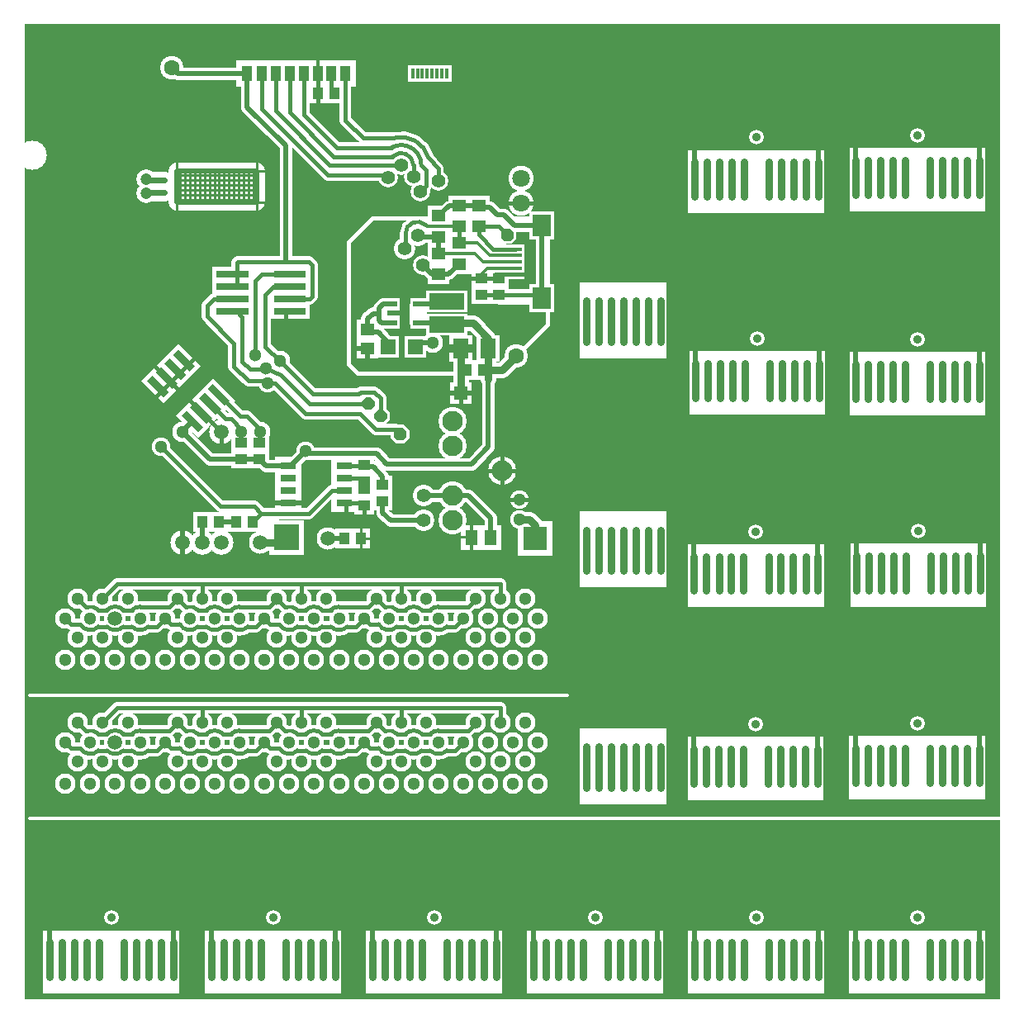
<source format=gbl>
%FSLAX34Y34*%
%MOMM*%
%LNCOPPER_BOTTOM*%
G71*
G01*
%ADD10C, 2.100*%
%ADD11C, 2.300*%
%ADD12C, 1.200*%
%ADD13R, 2.400X2.800*%
%ADD14R, 1.590X1.200*%
%ADD15C, 1.150*%
%ADD16R, 4.200X2.300*%
%ADD17C, 1.600*%
%ADD18C, 0.500*%
%ADD19R, 2.200X2.200*%
%ADD20R, 2.200X2.100*%
%ADD21C, 2.400*%
%ADD22C, 1.900*%
%ADD23C, 3.000*%
%ADD24R, 2.200X2.800*%
%ADD25R, 1.900X2.000*%
%ADD26C, 2.500*%
%ADD27C, 2.600*%
%ADD28R, 2.800X1.870*%
%ADD29R, 2.000X1.900*%
%ADD30R, 2.300X2.500*%
%ADD31C, 2.900*%
%ADD32C, 1.300*%
%ADD33R, 1.950X1.000*%
%ADD34R, 2.500X2.900*%
%ADD35C, 2.200*%
%ADD36C, 0.950*%
%ADD37C, 2.000*%
%ADD38C, 1.000*%
%ADD39C, 0.300*%
%ADD40C, 0.400*%
%ADD41C, 1.350*%
%ADD42C, 2.000*%
%ADD43C, 1.700*%
%ADD44C, 1.800*%
%ADD45R, 3.200X1.600*%
%ADD46C, 1.100*%
%ADD47R, 1.100X1.800*%
%ADD48C, 0.150*%
%ADD49R, 4.100X1.600*%
%ADD50R, 3.100X1.600*%
%ADD51C, 1.500*%
%ADD52C, 0.827*%
%ADD53C, 0.498*%
%ADD54C, 0.467*%
%ADD55C, 0.433*%
%ADD56C, 0.333*%
%ADD57C, 0.372*%
%ADD58C, 0.325*%
%ADD59C, 0.304*%
%ADD60C, 1.300*%
%ADD61C, 1.500*%
%ADD62R, 1.600X2.000*%
%ADD63R, 0.990X0.600*%
%ADD64C, 0.550*%
%ADD65R, 3.600X1.700*%
%ADD66C, 0.800*%
%ADD67R, 1.600X1.600*%
%ADD68R, 1.400X1.300*%
%ADD69R, 1.400X1.400*%
%ADD70C, 1.600*%
%ADD71C, 0.700*%
%ADD72R, 1.000X1.600*%
%ADD73R, 1.100X1.200*%
%ADD74C, 1.800*%
%ADD75R, 1.600X0.670*%
%ADD76R, 1.200X1.100*%
%ADD77R, 1.300X1.500*%
%ADD78C, 2.100*%
%ADD79R, 1.350X0.400*%
%ADD80R, 1.900X2.300*%
%ADD81C, 1.400*%
%ADD82C, 0.350*%
%ADD83C, 1.200*%
%ADD84C, 0.250*%
%ADD85C, 0.600*%
%ADD86C, 0.280*%
%ADD87C, 2.600*%
%ADD88R, 2.400X0.800*%
%ADD89R, 0.300X1.000*%
%ADD90R, 3.300X0.800*%
%ADD91R, 2.300X0.800*%
%ADD92C, 0.900*%
%ADD93C, 0.750*%
%LPD*%
G36*
X250Y50D02*
X1000250Y50D01*
X1000250Y-999950D01*
X250Y-999950D01*
X250Y50D01*
G37*
%LPC*%
X42330Y-651323D02*
G54D10*
D03*
X67830Y-651323D02*
G54D10*
D03*
X93330Y-651323D02*
G54D10*
D03*
X118830Y-651323D02*
G54D10*
D03*
X144330Y-651323D02*
G54D10*
D03*
X169830Y-651323D02*
G54D10*
D03*
X195330Y-651323D02*
G54D10*
D03*
X220830Y-651323D02*
G54D10*
D03*
X246330Y-651323D02*
G54D10*
D03*
X271830Y-651323D02*
G54D10*
D03*
X297330Y-651323D02*
G54D10*
D03*
X322830Y-651323D02*
G54D10*
D03*
X348330Y-651323D02*
G54D10*
D03*
X373830Y-651323D02*
G54D10*
D03*
X399330Y-651323D02*
G54D10*
D03*
X424830Y-651323D02*
G54D10*
D03*
X450330Y-651323D02*
G54D10*
D03*
X475830Y-651323D02*
G54D10*
D03*
X501330Y-651323D02*
G54D10*
D03*
X526830Y-651323D02*
G54D10*
D03*
X42330Y-609047D02*
G54D10*
D03*
X67830Y-609048D02*
G54D10*
D03*
X93331Y-609046D02*
G54D11*
D03*
X118830Y-609048D02*
G54D10*
D03*
X144330Y-609048D02*
G54D10*
D03*
X169830Y-609048D02*
G54D10*
D03*
X195330Y-609048D02*
G54D10*
D03*
X220830Y-609048D02*
G54D10*
D03*
X246330Y-609048D02*
G54D10*
D03*
X271830Y-609048D02*
G54D10*
D03*
X297330Y-609048D02*
G54D10*
D03*
X322830Y-609048D02*
G54D10*
D03*
X348330Y-609048D02*
G54D10*
D03*
X373830Y-609048D02*
G54D10*
D03*
X399330Y-609048D02*
G54D10*
D03*
X424830Y-609048D02*
G54D10*
D03*
X450330Y-609048D02*
G54D10*
D03*
X475830Y-609048D02*
G54D10*
D03*
X501330Y-609048D02*
G54D10*
D03*
X526830Y-609048D02*
G54D10*
D03*
X55080Y-629048D02*
G54D10*
D03*
X80580Y-629048D02*
G54D10*
D03*
X106080Y-629048D02*
G54D10*
D03*
X157080Y-629048D02*
G54D10*
D03*
X182580Y-629048D02*
G54D10*
D03*
X208080Y-629048D02*
G54D10*
D03*
X259080Y-629048D02*
G54D10*
D03*
X284580Y-629048D02*
G54D10*
D03*
X310080Y-629048D02*
G54D10*
D03*
X361080Y-629048D02*
G54D10*
D03*
X386580Y-629048D02*
G54D10*
D03*
X412080Y-629048D02*
G54D10*
D03*
X463080Y-629048D02*
G54D10*
D03*
X488580Y-629048D02*
G54D10*
D03*
X514080Y-629048D02*
G54D10*
D03*
X55080Y-589047D02*
G54D10*
D03*
X80580Y-589047D02*
G54D10*
D03*
X106080Y-589048D02*
G54D10*
D03*
X157080Y-589048D02*
G54D10*
D03*
X182580Y-589048D02*
G54D10*
D03*
X208080Y-589048D02*
G54D10*
D03*
X259080Y-589048D02*
G54D10*
D03*
X284580Y-589048D02*
G54D10*
D03*
X310080Y-589048D02*
G54D10*
D03*
X361080Y-589048D02*
G54D10*
D03*
X386580Y-589048D02*
G54D10*
D03*
X412080Y-589048D02*
G54D10*
D03*
X463080Y-589048D02*
G54D10*
D03*
X488580Y-589048D02*
G54D10*
D03*
X514080Y-589048D02*
G54D10*
D03*
G54D12*
X182580Y-589048D02*
X182580Y-573920D01*
G54D12*
X284580Y-589048D02*
X284580Y-573920D01*
G54D12*
X488580Y-589048D02*
X488580Y-573920D01*
G54D12*
X386580Y-589048D02*
X386580Y-573920D01*
G54D12*
X488580Y-573920D02*
X95708Y-573920D01*
X80580Y-589048D01*
X475967Y-332525D02*
G54D13*
D03*
X447976Y-332517D02*
G54D13*
D03*
X377450Y-286962D02*
G54D14*
D03*
X377452Y-296367D02*
G54D14*
D03*
X377450Y-305962D02*
G54D14*
D03*
X403349Y-305962D02*
G54D14*
D03*
X403350Y-286962D02*
G54D14*
D03*
G54D15*
X377449Y-305962D02*
X366189Y-305962D01*
X364050Y-303823D01*
X364050Y-290726D01*
X367815Y-286962D01*
X377450Y-286962D01*
X433570Y-307447D02*
G54D16*
D03*
X433570Y-284447D02*
G54D16*
D03*
G54D15*
X403350Y-286962D02*
X439389Y-286962D01*
X441508Y-284844D01*
G54D15*
X403349Y-305962D02*
X439626Y-305962D01*
X441508Y-307844D01*
G54D17*
X447967Y-377903D02*
X447971Y-342045D01*
G36*
X410570Y-287594D02*
X397870Y-287594D01*
X397870Y-306644D01*
X410570Y-306644D01*
X410570Y-287594D01*
G37*
G54D18*
X410570Y-287594D02*
X397870Y-287594D01*
X397870Y-306644D01*
X410570Y-306644D01*
X410570Y-287594D01*
X401398Y-330569D02*
G54D19*
D03*
X373398Y-330570D02*
G54D19*
D03*
X351676Y-332078D02*
G54D20*
D03*
X351678Y-313073D02*
G54D20*
D03*
X425000Y-234889D02*
G54D20*
D03*
X425000Y-256463D02*
G54D20*
D03*
X419080Y-326878D02*
G54D10*
D03*
X447967Y-377903D02*
G54D19*
D03*
X504537Y-340233D02*
G54D21*
D03*
X247650Y-352656D02*
G54D10*
D03*
X261942Y-345286D02*
G54D10*
D03*
X249218Y-368154D02*
G54D22*
D03*
X507820Y-487399D02*
G54D22*
D03*
G36*
X505874Y-545026D02*
X505874Y-509026D01*
X541874Y-509026D01*
X541874Y-545026D01*
X505874Y-545026D01*
G37*
X7998Y-134137D02*
G54D23*
D03*
X228663Y-50435D02*
G54D24*
D03*
X243742Y-50433D02*
G54D24*
D03*
X258030Y-50433D02*
G54D24*
D03*
X272317Y-50434D02*
G54D24*
D03*
X286605Y-50433D02*
G54D24*
D03*
X300895Y-50435D02*
G54D24*
D03*
X315180Y-50433D02*
G54D24*
D03*
X329467Y-50433D02*
G54D24*
D03*
X300895Y-70815D02*
G54D25*
D03*
X317895Y-70815D02*
G54D25*
D03*
G54D12*
X315180Y-50433D02*
X315180Y-70481D01*
X317895Y-73196D01*
X236934Y-339559D02*
G54D10*
D03*
X162330Y-531149D02*
G54D26*
D03*
X182975Y-531155D02*
G54D26*
D03*
X202025Y-531155D02*
G54D26*
D03*
X202022Y-418315D02*
G54D26*
D03*
G36*
X287040Y-508074D02*
X287040Y-544074D01*
X251040Y-544074D01*
X251040Y-508074D01*
X287040Y-508074D01*
G37*
X509438Y-183754D02*
G54D27*
D03*
X509435Y-158354D02*
G54D27*
D03*
X151737Y-44706D02*
G54D21*
D03*
X328128Y-452730D02*
G54D28*
D03*
X328128Y-465430D02*
G54D28*
D03*
X328128Y-478130D02*
G54D28*
D03*
X328128Y-490830D02*
G54D28*
D03*
X271128Y-490830D02*
G54D28*
D03*
X271128Y-478130D02*
G54D28*
D03*
X271128Y-465430D02*
G54D28*
D03*
X271128Y-452730D02*
G54D28*
D03*
X348596Y-476146D02*
G54D29*
D03*
X348596Y-493146D02*
G54D29*
D03*
X348596Y-452002D02*
G54D29*
D03*
X348596Y-469002D02*
G54D29*
D03*
X367561Y-489336D02*
G54D29*
D03*
X367561Y-472336D02*
G54D29*
D03*
X140097Y-432990D02*
G54D22*
D03*
X458390Y-525858D02*
G54D30*
D03*
X162334Y-418316D02*
G54D10*
D03*
X222659Y-418316D02*
G54D10*
D03*
X241709Y-418316D02*
G54D10*
D03*
G36*
X120211Y-365777D02*
X131526Y-354464D01*
X154152Y-377093D01*
X142837Y-388406D01*
X120211Y-365777D01*
G37*
G36*
X129192Y-356797D02*
X140506Y-345484D01*
X163132Y-368112D01*
X151818Y-379425D01*
X129192Y-356797D01*
G37*
G36*
X138172Y-347815D02*
X149487Y-336503D01*
X172112Y-359133D01*
X160797Y-370446D01*
X138172Y-347815D01*
G37*
G36*
X147151Y-338838D02*
X158464Y-327524D01*
X181093Y-350150D01*
X169780Y-361464D01*
X147151Y-338838D01*
G37*
G36*
X182507Y-374193D02*
X193820Y-362879D01*
X216448Y-385506D01*
X205135Y-396820D01*
X182507Y-374193D01*
G37*
G36*
X173527Y-383174D02*
X184840Y-371860D01*
X207468Y-394486D01*
X196155Y-405800D01*
X173527Y-383174D01*
G37*
G36*
X164547Y-392154D02*
X175860Y-380840D01*
X198488Y-403466D01*
X187175Y-414780D01*
X164547Y-392154D01*
G37*
G36*
X155567Y-401133D02*
X166881Y-389820D01*
X189507Y-412448D01*
X178193Y-423761D01*
X155567Y-401133D01*
G37*
X234477Y-510372D02*
G54D25*
D03*
X217475Y-510369D02*
G54D25*
D03*
X478231Y-525859D02*
G54D30*
D03*
X490336Y-457421D02*
G54D31*
D03*
X439536Y-482820D02*
G54D31*
D03*
X439536Y-432020D02*
G54D31*
D03*
X439536Y-406621D02*
G54D31*
D03*
X439536Y-508220D02*
G54D31*
D03*
G54D32*
X412548Y-482820D02*
X455436Y-482820D01*
X478231Y-505616D01*
X478231Y-527447D01*
X503811Y-230565D02*
G54D33*
D03*
X503811Y-237065D02*
G54D33*
D03*
X503811Y-243565D02*
G54D33*
D03*
X503811Y-250065D02*
G54D33*
D03*
X503811Y-256565D02*
G54D33*
D03*
X530561Y-281065D02*
G54D34*
D03*
X530561Y-206065D02*
G54D34*
D03*
X403236Y-216652D02*
G54D35*
D03*
X425000Y-196392D02*
G54D20*
D03*
X425000Y-217966D02*
G54D20*
D03*
X445637Y-224094D02*
G54D20*
D03*
X445637Y-245668D02*
G54D20*
D03*
X445637Y-185597D02*
G54D20*
D03*
X445637Y-207171D02*
G54D20*
D03*
G54D32*
X425000Y-234889D02*
X425000Y-217966D01*
G54D12*
X445637Y-224094D02*
X445637Y-207171D01*
G54D15*
X411943Y-205960D02*
X413147Y-207164D01*
X442780Y-207165D01*
G36*
X504815Y-219833D02*
X499404Y-225244D01*
X491726Y-225244D01*
X486315Y-219833D01*
X486315Y-212155D01*
X491726Y-206744D01*
X499404Y-206744D01*
X504815Y-212155D01*
X504815Y-219833D01*
G37*
G54D32*
X530561Y-206065D02*
X530561Y-281065D01*
G54D36*
X503811Y-250065D02*
X474629Y-250065D01*
X408574Y-247106D02*
G54D37*
D03*
G36*
X369464Y-392138D02*
X375022Y-397696D01*
X375022Y-405580D01*
X369464Y-411138D01*
X361580Y-411138D01*
X356022Y-405580D01*
X356022Y-397696D01*
X361580Y-392138D01*
X369464Y-392138D01*
G37*
G36*
X356764Y-379438D02*
X362322Y-384996D01*
X362322Y-392880D01*
X356764Y-398438D01*
X348880Y-398438D01*
X343322Y-392880D01*
X343322Y-384996D01*
X348880Y-379438D01*
X356764Y-379438D01*
G37*
G36*
X389434Y-410394D02*
X394992Y-415952D01*
X394992Y-423836D01*
X389434Y-429394D01*
X381550Y-429394D01*
X375992Y-423836D01*
X375992Y-415952D01*
X381550Y-410394D01*
X389434Y-410394D01*
G37*
G54D17*
X475962Y-364046D02*
X475967Y-342050D01*
G54D15*
X425000Y-234889D02*
X461901Y-234889D01*
X470578Y-243565D01*
X503811Y-243565D01*
G54D15*
X503811Y-237065D02*
X477174Y-237065D01*
X464203Y-224094D01*
X445637Y-224094D01*
X466275Y-185597D02*
G54D20*
D03*
X466274Y-207171D02*
G54D20*
D03*
G54D38*
X503811Y-230565D02*
X480993Y-230565D01*
X466274Y-215846D01*
X466274Y-207171D01*
G54D32*
X530561Y-206065D02*
X502928Y-206065D01*
X491728Y-194866D01*
X484584Y-194866D01*
X477300Y-187581D01*
X466275Y-187581D01*
G54D32*
X466275Y-186073D02*
X445638Y-186073D01*
X486734Y-277581D02*
G54D29*
D03*
X486734Y-260581D02*
G54D29*
D03*
X468478Y-277581D02*
G54D29*
D03*
X468478Y-260581D02*
G54D29*
D03*
G36*
X483162Y-254677D02*
X444446Y-254677D01*
X408574Y-247106D01*
X444446Y-225459D01*
X483162Y-225459D01*
X483162Y-254677D01*
G37*
G54D39*
X483162Y-254677D02*
X444446Y-254677D01*
X408574Y-247106D01*
X444446Y-225459D01*
X483162Y-225459D01*
X483162Y-254677D01*
G54D12*
X468478Y-277581D02*
X527077Y-277581D01*
X530561Y-281065D01*
G36*
X489724Y-230565D02*
X456792Y-230565D01*
X425000Y-217966D01*
X440478Y-180517D01*
X470632Y-180914D01*
X484584Y-194866D01*
X491728Y-194866D01*
X498165Y-201302D01*
X489724Y-230565D01*
G37*
G54D40*
X489724Y-230565D02*
X456792Y-230565D01*
X425000Y-217966D01*
X440478Y-180517D01*
X470632Y-180914D01*
X484584Y-194866D01*
X491728Y-194866D01*
X498165Y-201302D01*
X489724Y-230565D01*
X389766Y-230122D02*
G54D35*
D03*
G54D32*
X419080Y-326878D02*
X400605Y-326878D01*
G54D40*
X356790Y-198834D02*
X332565Y-223060D01*
X332565Y-348440D01*
X342106Y-357981D01*
X486193Y-357981D01*
X536654Y-307520D01*
X536654Y-199707D01*
X535781Y-198834D01*
X356790Y-198834D01*
G54D32*
X371414Y-334419D02*
X371414Y-324583D01*
X362682Y-315851D01*
X350091Y-315851D01*
G54D41*
X352075Y-314264D02*
X352075Y-301975D01*
X357584Y-296466D01*
X363538Y-296466D01*
G54D17*
X475967Y-332525D02*
X475967Y-321980D01*
X460244Y-306256D01*
X437936Y-306256D01*
G54D32*
X348596Y-453192D02*
X357546Y-453192D01*
X367561Y-463208D01*
X367561Y-472336D01*
G54D12*
X222659Y-418316D02*
X222659Y-415144D01*
X211931Y-404416D01*
X206083Y-404416D01*
X190498Y-388830D01*
G54D12*
X241709Y-418316D02*
X241709Y-415540D01*
X228203Y-402034D01*
X221662Y-402034D01*
X199478Y-379850D01*
G54D32*
X162334Y-418316D02*
X162334Y-416993D01*
X172537Y-406790D01*
X310975Y-527400D02*
G54D11*
D03*
X409374Y-482820D02*
G54D35*
D03*
X409526Y-508220D02*
G54D35*
D03*
X125484Y-158749D02*
G54D42*
D03*
X125480Y-173034D02*
G54D42*
D03*
G36*
X156189Y-150557D02*
X238740Y-150557D01*
X238740Y-182307D01*
X156190Y-182307D01*
X156189Y-150557D01*
G37*
G54D43*
X156189Y-150557D02*
X238740Y-150557D01*
X238740Y-182307D01*
X156190Y-182307D01*
X156189Y-150557D01*
G54D44*
X143631Y-172243D02*
X125484Y-172243D01*
G54D44*
X143631Y-159543D02*
X125484Y-159543D01*
X288258Y-437753D02*
G54D22*
D03*
X182975Y-510366D02*
G54D25*
D03*
X199977Y-510369D02*
G54D25*
D03*
G54D32*
X182975Y-531155D02*
X182975Y-508778D01*
G54D32*
X199977Y-510369D02*
X217475Y-510369D01*
X386556Y-144462D02*
G54D37*
D03*
X372978Y-157247D02*
G54D37*
D03*
X399256Y-156369D02*
G54D37*
D03*
X406400Y-171450D02*
G54D37*
D03*
X425053Y-160338D02*
G54D37*
D03*
G54D12*
G75*
G01X399056Y-144462D02*
G03X377717Y-135624I-12500J0D01*
G01*
G54D12*
X372978Y-157247D02*
X370200Y-154469D01*
X311234Y-154469D01*
X243742Y-86977D01*
X243742Y-50433D01*
G54D12*
X386556Y-144462D02*
X313134Y-144066D01*
X258030Y-88961D01*
X258030Y-50433D01*
G54D12*
X399056Y-144462D02*
X399056Y-156169D01*
X399256Y-156369D01*
G54D12*
X377717Y-135624D02*
X317392Y-135624D01*
X272318Y-90549D01*
X272318Y-50434D01*
G54D12*
G75*
G01X407194Y-144462D02*
G03X376237Y-126590I-20638J0D01*
G01*
G54D12*
X376237Y-126590D02*
X320312Y-126590D01*
X286605Y-92883D01*
X286605Y-50433D01*
G54D12*
X406400Y-171450D02*
X412353Y-165497D01*
X412353Y-149621D01*
X407194Y-144462D01*
G54D12*
G75*
G01X411943Y-205960D02*
G03X390922Y-214668I-8707J-8708D01*
G01*
G54D12*
X390922Y-214667D02*
X390922Y-228966D01*
X389766Y-230122D01*
X268043Y-256452D02*
G54D45*
D03*
X268043Y-269152D02*
G54D45*
D03*
X268043Y-281852D02*
G54D45*
D03*
X268043Y-294552D02*
G54D45*
D03*
X218042Y-294552D02*
G54D45*
D03*
X218043Y-281852D02*
G54D45*
D03*
X218043Y-269152D02*
G54D45*
D03*
X218043Y-256452D02*
G54D45*
D03*
G54D12*
X218043Y-256452D02*
X218043Y-269152D01*
G54D12*
G75*
G01X414473Y-136995D02*
G03X379017Y-116524I-27963J-7493D01*
G01*
G54D12*
X329467Y-50433D02*
X329467Y-98486D01*
X347505Y-116524D01*
X379017Y-116524D01*
G54D38*
X425053Y-160338D02*
X425053Y-147575D01*
X414473Y-136995D01*
G36*
X228663Y-50435D02*
X228663Y-84994D01*
X286605Y-92883D01*
X286605Y-50433D01*
X228663Y-50435D01*
G37*
G54D40*
X228663Y-50435D02*
X228663Y-84994D01*
X286605Y-92883D01*
X286605Y-50433D01*
X228663Y-50435D01*
G36*
X422275Y-156766D02*
X404416Y-156766D01*
X404416Y-146844D01*
X422275Y-146844D01*
X422275Y-156766D01*
G37*
G54D40*
X422275Y-156766D02*
X404416Y-156766D01*
X404416Y-146844D01*
X422275Y-146844D01*
X422275Y-156766D01*
G54D46*
X425000Y-256463D02*
X434842Y-256463D01*
X445637Y-245668D01*
G54D46*
X445638Y-185597D02*
X435795Y-185597D01*
X425000Y-196392D01*
G36*
X486734Y-277700D02*
X525462Y-277700D01*
X525462Y-285075D01*
X486734Y-285075D01*
X486734Y-277700D01*
G37*
G54D40*
X486734Y-277700D02*
X525462Y-277700D01*
X525462Y-285075D01*
X486734Y-285075D01*
X486734Y-277700D01*
G54D32*
X425000Y-256463D02*
X417932Y-256463D01*
X408574Y-247106D01*
X328565Y-527399D02*
G54D25*
D03*
X345564Y-527400D02*
G54D25*
D03*
G54D32*
X310975Y-527399D02*
X328565Y-527399D01*
G54D12*
X236934Y-339559D02*
X236934Y-263128D01*
X242888Y-257175D01*
G54D12*
X268836Y-256452D02*
X243610Y-256452D01*
X242888Y-257175D01*
G54D12*
X223599Y-345836D02*
X231628Y-353866D01*
X246440Y-353866D01*
X247650Y-352656D01*
G54D12*
X261942Y-345286D02*
X247253Y-330597D01*
X247253Y-277416D01*
X255516Y-269152D01*
X268043Y-269152D01*
G54D12*
X337078Y-398859D02*
X288131Y-398859D01*
X257426Y-368154D01*
X248821Y-368154D01*
G54D12*
X365522Y-401638D02*
X365522Y-383381D01*
X359172Y-377031D01*
X345084Y-377031D01*
X343000Y-379115D01*
X295772Y-379115D01*
X261942Y-345286D01*
G54D12*
X352822Y-388938D02*
X292894Y-388938D01*
X263525Y-359569D01*
X247650Y-352656D01*
G36*
X194398Y-281852D02*
X187722Y-299640D01*
X249218Y-368154D01*
X261942Y-345286D01*
X247253Y-330597D01*
X247253Y-310753D01*
X230188Y-293688D01*
X194398Y-281852D01*
G37*
G54D40*
X194398Y-281852D02*
X187722Y-299640D01*
X249218Y-368154D01*
X261942Y-345286D01*
X247253Y-330597D01*
X247253Y-310753D01*
X230188Y-293688D01*
X194398Y-281852D01*
G36*
X219075Y-243681D02*
X268042Y-243681D01*
X268042Y-281852D01*
X219075Y-281852D01*
X219075Y-243681D01*
G37*
G54D40*
X219075Y-243681D02*
X268042Y-243681D01*
X268042Y-281852D01*
X219075Y-281852D01*
X219075Y-243681D01*
G54D32*
X228663Y-74279D02*
X228663Y-84994D01*
X267890Y-124222D01*
G54D17*
X469041Y-354528D02*
X490242Y-354528D01*
X504537Y-340233D01*
G54D12*
X337078Y-398859D02*
X344091Y-398859D01*
X360362Y-415131D01*
X380730Y-415131D01*
X385492Y-419894D01*
G36*
X352822Y-388938D02*
X365522Y-388938D01*
X365522Y-401638D01*
X352822Y-401638D01*
X352822Y-388938D01*
G37*
G54D40*
X352822Y-388938D02*
X365522Y-388938D01*
X365522Y-401638D01*
X352822Y-401638D01*
X352822Y-388938D01*
G54D32*
X409526Y-508220D02*
X375333Y-508220D01*
X367561Y-500448D01*
X367561Y-489336D01*
X222400Y-446243D02*
G54D29*
D03*
X222403Y-429241D02*
G54D29*
D03*
X241450Y-446243D02*
G54D29*
D03*
X241453Y-429241D02*
G54D29*
D03*
G54D32*
X240260Y-446243D02*
X190261Y-446243D01*
X162334Y-418316D01*
G54D12*
X328128Y-452730D02*
X348133Y-452730D01*
X348596Y-453192D01*
G54D12*
X328128Y-465430D02*
X343833Y-465430D01*
X348596Y-470192D01*
G54D12*
X328128Y-490830D02*
X345090Y-490830D01*
X348596Y-494336D01*
G54D12*
X328128Y-478130D02*
X316017Y-478130D01*
X292100Y-502047D01*
X242802Y-502047D01*
X234477Y-510372D01*
G54D12*
X242975Y-501369D02*
X236112Y-494506D01*
G54D32*
X272319Y-452730D02*
X273281Y-452730D01*
X288258Y-437753D01*
G54D32*
X271128Y-452730D02*
X247938Y-452730D01*
X241450Y-446243D01*
G54D12*
X236112Y-494506D02*
X201612Y-494506D01*
X140097Y-432990D01*
G54D32*
X288258Y-437753D02*
X290639Y-440134D01*
X361156Y-440134D01*
X371872Y-450850D01*
X458390Y-450850D01*
X475962Y-433278D01*
X475962Y-364046D01*
G36*
X443731Y-344529D02*
X462731Y-344528D01*
X462732Y-364528D01*
X443732Y-364529D01*
X443731Y-344529D01*
G37*
X470231Y-354528D02*
G54D25*
D03*
X398310Y-50388D02*
G54D47*
D03*
X403310Y-50388D02*
G54D47*
D03*
X408310Y-50388D02*
G54D47*
D03*
X413310Y-50388D02*
G54D47*
D03*
X418310Y-50388D02*
G54D47*
D03*
X423310Y-50388D02*
G54D47*
D03*
X428310Y-50388D02*
G54D47*
D03*
X433310Y-50388D02*
G54D47*
D03*
G54D12*
G75*
G01X101816Y-600561D02*
G03X84845Y-600561I-8485J-8485D01*
G01*
G54D12*
G75*
G01X118830Y-597048D02*
G03X110344Y-600563I0J-12000D01*
G01*
G54D12*
X101816Y-600561D02*
X110344Y-600563D01*
G54D12*
G75*
G01X76315Y-600563D02*
G03X64724Y-597457I-8485J-8485D01*
G01*
G54D12*
X76315Y-600563D02*
X84846Y-600561D01*
G54D12*
G75*
G01X84845Y-617532D02*
G03X101816Y-617532I8486J8486D01*
G01*
G54D12*
G75*
G01X110344Y-617530D02*
G03X127315Y-617530I8486J8486D01*
G01*
G54D12*
X101816Y-617532D02*
X110344Y-617530D01*
G54D12*
G75*
G01X57437Y-615044D02*
G03X76315Y-617530I10393J6000D01*
G01*
G54D12*
X76315Y-617530D02*
X84846Y-617532D01*
G54D12*
X64724Y-597457D02*
X63491Y-597457D01*
X55080Y-589047D01*
G54D12*
X118830Y-597048D02*
X149080Y-597048D01*
X157080Y-589048D01*
G54D12*
G75*
G01X203816Y-600563D02*
G03X186845Y-600563I-8486J-8485D01*
G01*
G54D12*
G75*
G01X220829Y-597050D02*
G03X212344Y-600565I0J-12000D01*
G01*
G54D12*
X203816Y-600563D02*
X212344Y-600565D01*
G54D12*
G75*
G01X178315Y-600565D02*
G03X166723Y-597459I-8486J-8485D01*
G01*
G54D12*
X178314Y-600565D02*
X186845Y-600563D01*
G54D12*
X166724Y-597459D02*
X165491Y-597459D01*
X157080Y-589048D01*
G54D12*
X220829Y-597050D02*
X251079Y-597050D01*
X259080Y-589050D01*
G54D12*
G75*
G01X305816Y-600563D02*
G03X288845Y-600563I-8486J-8485D01*
G01*
G54D12*
G75*
G01X322829Y-597050D02*
G03X314344Y-600565I0J-12000D01*
G01*
G54D12*
X305816Y-600563D02*
X314344Y-600565D01*
G54D12*
G75*
G01X280315Y-600565D02*
G03X268723Y-597459I-8486J-8485D01*
G01*
G54D12*
X280314Y-600565D02*
X288845Y-600563D01*
G54D12*
X268724Y-597459D02*
X267491Y-597459D01*
X259080Y-589048D01*
G54D12*
X322829Y-597050D02*
X353079Y-597050D01*
X361080Y-589050D01*
G54D12*
G75*
G01X407816Y-600563D02*
G03X390845Y-600563I-8486J-8485D01*
G01*
G54D12*
G75*
G01X424829Y-597050D02*
G03X416344Y-600565I0J-12000D01*
G01*
G54D12*
X407816Y-600563D02*
X416344Y-600565D01*
G54D12*
G75*
G01X382315Y-600565D02*
G03X370723Y-597459I-8486J-8485D01*
G01*
G54D12*
X382314Y-600565D02*
X390845Y-600563D01*
G54D12*
X370724Y-597459D02*
X369491Y-597459D01*
X361080Y-589048D01*
G54D12*
X424829Y-597050D02*
X455079Y-597050D01*
X463080Y-589050D01*
G54D12*
X127315Y-617530D02*
X135848Y-617530D01*
X144330Y-609048D01*
G54D12*
X57438Y-615044D02*
X48328Y-615044D01*
X42330Y-609047D01*
G54D12*
G75*
G01X186845Y-617533D02*
G03X203816Y-617533I8485J8485D01*
G01*
G54D12*
G75*
G01X212344Y-617531D02*
G03X229315Y-617531I8485J8485D01*
G01*
G54D12*
X203816Y-617533D02*
X212344Y-617531D01*
G54D12*
G75*
G01X159437Y-615046D02*
G03X178315Y-617531I10392J6000D01*
G01*
G54D12*
X178314Y-617531D02*
X186845Y-617533D01*
G54D12*
X229314Y-617531D02*
X237848Y-617531D01*
X246329Y-609050D01*
G54D12*
X159437Y-615046D02*
X150328Y-615046D01*
X144330Y-609048D01*
G54D12*
G75*
G01X288845Y-617533D02*
G03X305816Y-617533I8485J8485D01*
G01*
G54D12*
G75*
G01X314344Y-617531D02*
G03X331315Y-617531I8485J8485D01*
G01*
G54D12*
X305816Y-617533D02*
X314344Y-617531D01*
G54D12*
G75*
G01X261437Y-615046D02*
G03X280315Y-617531I10392J6000D01*
G01*
G54D12*
X280314Y-617531D02*
X288845Y-617533D01*
G54D12*
X331314Y-617531D02*
X339848Y-617531D01*
X348329Y-609050D01*
G54D12*
X261437Y-615046D02*
X252328Y-615046D01*
X246330Y-609048D01*
G54D12*
G75*
G01X390845Y-617533D02*
G03X407816Y-617533I8485J8485D01*
G01*
G54D12*
G75*
G01X416344Y-617531D02*
G03X433315Y-617531I8485J8485D01*
G01*
G54D12*
X407816Y-617533D02*
X416344Y-617531D01*
G54D12*
G75*
G01X363437Y-615046D02*
G03X382315Y-617531I10392J6000D01*
G01*
G54D12*
X382314Y-617531D02*
X390845Y-617533D01*
G54D12*
X433314Y-617531D02*
X441848Y-617531D01*
X450329Y-609050D01*
G54D12*
X363437Y-615046D02*
X354328Y-615046D01*
X348330Y-609048D01*
G54D32*
X228663Y-50435D02*
X228663Y-74279D01*
G54D32*
X228663Y-50435D02*
X157466Y-50435D01*
X151737Y-44706D01*
G54D46*
X425000Y-217966D02*
X404550Y-217966D01*
X403236Y-216652D01*
X458390Y-525858D02*
G54D30*
D03*
X478231Y-525859D02*
G54D30*
D03*
G54D32*
X409374Y-482820D02*
X455436Y-482820D01*
X478231Y-505616D01*
X478231Y-527447D01*
G54D32*
X267890Y-242888D02*
X267890Y-124222D01*
G54D12*
X466274Y-207171D02*
X486742Y-207171D01*
X495565Y-215994D01*
X241719Y-531149D02*
G54D11*
D03*
X507821Y-507400D02*
G54D22*
D03*
G54D12*
X223599Y-345836D02*
X223599Y-300108D01*
X218042Y-294552D01*
G54D12*
X248821Y-368154D02*
X246440Y-365772D01*
X229836Y-365772D01*
X215106Y-351043D01*
X215106Y-327025D01*
X187722Y-299640D01*
X187722Y-288528D01*
X194398Y-281852D01*
X206930Y-281852D01*
G54D17*
X507821Y-507400D02*
X518116Y-507400D01*
X523876Y-513160D01*
X523876Y-527026D01*
G54D17*
X241719Y-531149D02*
X263965Y-531149D01*
X269040Y-526074D01*
G36*
X241719Y-531149D02*
X260747Y-531149D01*
X260747Y-503238D01*
X241719Y-503238D01*
X241719Y-531149D01*
G37*
G54D48*
X241719Y-531149D02*
X260747Y-531149D01*
X260747Y-503238D01*
X241719Y-503238D01*
X241719Y-531149D01*
X272805Y-256452D02*
G54D49*
D03*
X218043Y-256452D02*
G54D50*
D03*
X272805Y-269152D02*
G54D49*
D03*
X272805Y-281852D02*
G54D49*
D03*
X272805Y-294552D02*
G54D49*
D03*
X213280Y-294552D02*
G54D49*
D03*
X213280Y-281852D02*
G54D49*
D03*
X213280Y-269152D02*
G54D49*
D03*
X213280Y-256452D02*
G54D49*
D03*
G54D12*
X218043Y-256452D02*
X218043Y-244713D01*
X219075Y-243681D01*
X291703Y-243681D01*
X295275Y-247253D01*
X295275Y-279003D01*
X292823Y-281852D01*
X276774Y-281852D01*
X42330Y-778323D02*
G54D10*
D03*
X67830Y-778323D02*
G54D10*
D03*
X93330Y-778323D02*
G54D10*
D03*
X118830Y-778323D02*
G54D10*
D03*
X144330Y-778323D02*
G54D10*
D03*
X169830Y-778323D02*
G54D10*
D03*
X195330Y-778323D02*
G54D10*
D03*
X220830Y-778323D02*
G54D10*
D03*
X246330Y-778323D02*
G54D10*
D03*
X271830Y-778323D02*
G54D10*
D03*
X297330Y-778323D02*
G54D10*
D03*
X322830Y-778323D02*
G54D10*
D03*
X348330Y-778323D02*
G54D10*
D03*
X373830Y-778323D02*
G54D10*
D03*
X399330Y-778323D02*
G54D10*
D03*
X424830Y-778323D02*
G54D10*
D03*
X450330Y-778323D02*
G54D10*
D03*
X475830Y-778323D02*
G54D10*
D03*
X501330Y-778323D02*
G54D10*
D03*
X526830Y-778323D02*
G54D10*
D03*
X42330Y-736047D02*
G54D10*
D03*
X67830Y-736048D02*
G54D10*
D03*
X93331Y-736046D02*
G54D11*
D03*
X118830Y-736048D02*
G54D10*
D03*
X144330Y-736048D02*
G54D10*
D03*
X169830Y-736048D02*
G54D10*
D03*
X195330Y-736048D02*
G54D10*
D03*
X220830Y-736048D02*
G54D10*
D03*
X246330Y-736048D02*
G54D10*
D03*
X271830Y-736048D02*
G54D10*
D03*
X297330Y-736048D02*
G54D10*
D03*
X322830Y-736048D02*
G54D10*
D03*
X348330Y-736048D02*
G54D10*
D03*
X373830Y-736048D02*
G54D10*
D03*
X399330Y-736048D02*
G54D10*
D03*
X424830Y-736048D02*
G54D10*
D03*
X450330Y-736048D02*
G54D10*
D03*
X475830Y-736048D02*
G54D10*
D03*
X501330Y-736048D02*
G54D10*
D03*
X526830Y-736048D02*
G54D10*
D03*
X55080Y-756048D02*
G54D10*
D03*
X80580Y-756048D02*
G54D10*
D03*
X106080Y-756048D02*
G54D10*
D03*
X157080Y-756048D02*
G54D10*
D03*
X182580Y-756048D02*
G54D10*
D03*
X208080Y-756048D02*
G54D10*
D03*
X259080Y-756048D02*
G54D10*
D03*
X284580Y-756048D02*
G54D10*
D03*
X310080Y-756048D02*
G54D10*
D03*
X361080Y-756048D02*
G54D10*
D03*
X386580Y-756048D02*
G54D10*
D03*
X412080Y-756048D02*
G54D10*
D03*
X463080Y-756048D02*
G54D10*
D03*
X488580Y-756048D02*
G54D10*
D03*
X514080Y-756048D02*
G54D10*
D03*
X55080Y-716047D02*
G54D10*
D03*
X80580Y-716047D02*
G54D10*
D03*
X106080Y-716048D02*
G54D10*
D03*
X157080Y-716048D02*
G54D10*
D03*
X182580Y-716048D02*
G54D10*
D03*
X208080Y-716048D02*
G54D10*
D03*
X259080Y-716048D02*
G54D10*
D03*
X284580Y-716048D02*
G54D10*
D03*
X310080Y-716048D02*
G54D10*
D03*
X361080Y-716048D02*
G54D10*
D03*
X386580Y-716048D02*
G54D10*
D03*
X412080Y-716048D02*
G54D10*
D03*
X463080Y-716048D02*
G54D10*
D03*
X488580Y-716048D02*
G54D10*
D03*
X514080Y-716048D02*
G54D10*
D03*
G54D12*
X182580Y-716048D02*
X182580Y-700920D01*
G54D12*
X284580Y-716048D02*
X284580Y-700920D01*
G54D12*
X488580Y-716048D02*
X488580Y-700920D01*
G54D12*
X386580Y-716048D02*
X386580Y-700920D01*
G54D12*
X488580Y-700920D02*
X95708Y-700920D01*
X80580Y-716048D01*
G54D12*
G75*
G01X101816Y-727561D02*
G03X84845Y-727561I-8485J-8485D01*
G01*
G54D12*
G75*
G01X118830Y-724048D02*
G03X110344Y-727563I0J-12000D01*
G01*
G54D12*
X101816Y-727561D02*
X110344Y-727563D01*
G54D12*
G75*
G01X76315Y-727563D02*
G03X64724Y-724457I-8485J-8485D01*
G01*
G54D12*
X76315Y-727563D02*
X84846Y-727561D01*
G54D12*
G75*
G01X84845Y-744532D02*
G03X101816Y-744532I8486J8486D01*
G01*
G54D12*
G75*
G01X110344Y-744530D02*
G03X127315Y-744530I8486J8486D01*
G01*
G54D12*
X101816Y-744532D02*
X110344Y-744530D01*
G54D12*
G75*
G01X57437Y-742044D02*
G03X76315Y-744530I10393J6000D01*
G01*
G54D12*
X76315Y-744530D02*
X84846Y-744532D01*
G54D12*
X64724Y-724457D02*
X63491Y-724457D01*
X55080Y-716047D01*
G54D12*
X118830Y-724048D02*
X149080Y-724048D01*
X157080Y-716048D01*
G54D12*
G75*
G01X203816Y-727563D02*
G03X186845Y-727563I-8486J-8485D01*
G01*
G54D12*
G75*
G01X220829Y-724050D02*
G03X212344Y-727565I0J-12000D01*
G01*
G54D12*
X203816Y-727563D02*
X212344Y-727565D01*
G54D12*
G75*
G01X178315Y-727565D02*
G03X166723Y-724459I-8486J-8485D01*
G01*
G54D12*
X178314Y-727565D02*
X186845Y-727563D01*
G54D12*
X166724Y-724459D02*
X165491Y-724459D01*
X157080Y-716048D01*
G54D12*
X220829Y-724050D02*
X251079Y-724050D01*
X259080Y-716050D01*
G54D12*
G75*
G01X305816Y-727563D02*
G03X288845Y-727563I-8486J-8485D01*
G01*
G54D12*
G75*
G01X322829Y-724050D02*
G03X314344Y-727565I0J-12000D01*
G01*
G54D12*
X305816Y-727563D02*
X314344Y-727565D01*
G54D12*
G75*
G01X280315Y-727565D02*
G03X268723Y-724459I-8486J-8485D01*
G01*
G54D12*
X280314Y-727565D02*
X288845Y-727563D01*
G54D12*
X268724Y-724459D02*
X267491Y-724459D01*
X259080Y-716048D01*
G54D12*
X322829Y-724050D02*
X353079Y-724050D01*
X361080Y-716050D01*
G54D12*
G75*
G01X407816Y-727563D02*
G03X390845Y-727563I-8486J-8485D01*
G01*
G54D12*
G75*
G01X424829Y-724050D02*
G03X416344Y-727565I0J-12000D01*
G01*
G54D12*
X407816Y-727563D02*
X416344Y-727565D01*
G54D12*
G75*
G01X382315Y-727565D02*
G03X370723Y-724459I-8486J-8485D01*
G01*
G54D12*
X382314Y-727565D02*
X390845Y-727563D01*
G54D12*
X370724Y-724459D02*
X369491Y-724459D01*
X361080Y-716048D01*
G54D12*
X424829Y-724050D02*
X455079Y-724050D01*
X463080Y-716050D01*
G54D12*
X127315Y-744530D02*
X135848Y-744530D01*
X144330Y-736048D01*
G54D12*
X57438Y-742044D02*
X48328Y-742044D01*
X42330Y-736047D01*
G54D12*
G75*
G01X186845Y-744533D02*
G03X203816Y-744533I8485J8485D01*
G01*
G54D12*
G75*
G01X212344Y-744531D02*
G03X229315Y-744531I8485J8485D01*
G01*
G54D12*
X203816Y-744533D02*
X212344Y-744531D01*
G54D12*
G75*
G01X159437Y-742046D02*
G03X178315Y-744531I10392J6000D01*
G01*
G54D12*
X178314Y-744531D02*
X186845Y-744533D01*
G54D12*
X229314Y-744531D02*
X237848Y-744531D01*
X246329Y-736050D01*
G54D12*
X159437Y-742046D02*
X150328Y-742046D01*
X144330Y-736048D01*
G54D12*
G75*
G01X288845Y-744533D02*
G03X305816Y-744533I8485J8485D01*
G01*
G54D12*
G75*
G01X314344Y-744531D02*
G03X331315Y-744531I8485J8485D01*
G01*
G54D12*
X305816Y-744533D02*
X314344Y-744531D01*
G54D12*
G75*
G01X261437Y-742046D02*
G03X280315Y-744531I10392J6000D01*
G01*
G54D12*
X280314Y-744531D02*
X288845Y-744533D01*
G54D12*
X331314Y-744531D02*
X339848Y-744531D01*
X348329Y-736050D01*
G54D12*
X261437Y-742046D02*
X252328Y-742046D01*
X246330Y-736048D01*
G54D12*
G75*
G01X390845Y-744533D02*
G03X407816Y-744533I8485J8485D01*
G01*
G54D12*
G75*
G01X416344Y-744531D02*
G03X433315Y-744531I8485J8485D01*
G01*
G54D12*
X407816Y-744533D02*
X416344Y-744531D01*
G54D12*
G75*
G01X363437Y-742046D02*
G03X382315Y-744531I10392J6000D01*
G01*
G54D12*
X382314Y-744531D02*
X390845Y-744533D01*
G54D12*
X433314Y-744531D02*
X441848Y-744531D01*
X450329Y-736050D01*
G54D12*
X363437Y-742046D02*
X354328Y-742046D01*
X348330Y-736048D01*
X750696Y-916116D02*
G54D51*
D03*
X255396Y-916116D02*
G54D51*
D03*
X420496Y-916116D02*
G54D51*
D03*
X915796Y-916116D02*
G54D51*
D03*
X89502Y-916116D02*
G54D51*
D03*
X585596Y-916116D02*
G54D51*
D03*
G36*
X19596Y-993934D02*
X19596Y-928934D01*
X159046Y-928934D01*
X159046Y-993934D01*
X19596Y-993934D01*
G37*
G36*
X185490Y-993934D02*
X185490Y-928934D01*
X324940Y-928934D01*
X324940Y-993934D01*
X185490Y-993934D01*
G37*
G36*
X350590Y-993934D02*
X350590Y-928934D01*
X490040Y-928934D01*
X490040Y-993934D01*
X350590Y-993934D01*
G37*
G36*
X515690Y-993934D02*
X515690Y-928934D01*
X655140Y-928934D01*
X655140Y-993934D01*
X515690Y-993934D01*
G37*
G36*
X680790Y-993934D02*
X680790Y-928934D01*
X820240Y-928934D01*
X820240Y-993934D01*
X680790Y-993934D01*
G37*
G36*
X845890Y-993934D02*
X845890Y-928934D01*
X985340Y-928934D01*
X985340Y-993934D01*
X845890Y-993934D01*
G37*
G54D39*
X5953Y-814388D02*
X1000125Y-814388D01*
G54D39*
X5953Y-688181D02*
X557212Y-688181D01*
X915605Y-716573D02*
G54D51*
D03*
X750108Y-717366D02*
G54D51*
D03*
G36*
X845700Y-794391D02*
X845700Y-729391D01*
X985150Y-729391D01*
X985150Y-794391D01*
X845700Y-794391D01*
G37*
G36*
X680203Y-795184D02*
X680203Y-730184D01*
X819653Y-730184D01*
X819653Y-795184D01*
X680203Y-795184D01*
G37*
X750277Y-519973D02*
G54D51*
D03*
X916796Y-519326D02*
G54D51*
D03*
G36*
X846890Y-597144D02*
X846890Y-532144D01*
X986340Y-532144D01*
X986340Y-597144D01*
X846890Y-597144D01*
G37*
G36*
X680371Y-597791D02*
X680371Y-532791D01*
X819822Y-532791D01*
X819822Y-597791D01*
X680371Y-597791D01*
G37*
X916002Y-323270D02*
G54D51*
D03*
X751696Y-322476D02*
G54D51*
D03*
G36*
X846096Y-401088D02*
X846096Y-336088D01*
X985546Y-336088D01*
X985546Y-401088D01*
X846096Y-401088D01*
G37*
G36*
X681790Y-400294D02*
X681790Y-335294D01*
X821240Y-335294D01*
X821240Y-400294D01*
X681790Y-400294D01*
G37*
G36*
X569870Y-799493D02*
X569871Y-721793D01*
X658520Y-721793D01*
X658521Y-799493D01*
X569870Y-799493D01*
G37*
G36*
X569870Y-577243D02*
X569871Y-499543D01*
X658520Y-499543D01*
X658521Y-577243D01*
X569870Y-577243D01*
G37*
G36*
X569870Y-342293D02*
X569871Y-264593D01*
X658520Y-264593D01*
X658521Y-342293D01*
X569870Y-342293D01*
G37*
X916002Y-113720D02*
G54D51*
D03*
G36*
X846096Y-191538D02*
X846096Y-126538D01*
X985546Y-126538D01*
X985546Y-191538D01*
X846096Y-191538D01*
G37*
X750696Y-116016D02*
G54D51*
D03*
G36*
X680790Y-193834D02*
X680790Y-128834D01*
X820240Y-128834D01*
X820240Y-193834D01*
X680790Y-193834D01*
G37*
%LPD*%
G54D52*
G36*
X447976Y-336651D02*
X435476Y-336652D01*
X435475Y-328384D01*
X447975Y-328384D01*
X447976Y-336651D01*
G37*
G36*
X447975Y-328384D02*
X460475Y-328383D01*
X460476Y-336650D01*
X447976Y-336651D01*
X447975Y-328384D01*
G37*
G54D53*
G36*
X351676Y-334569D02*
X340176Y-334569D01*
X340176Y-329586D01*
X351676Y-329586D01*
X351676Y-334569D01*
G37*
G36*
X354168Y-332078D02*
X354168Y-343078D01*
X349185Y-343078D01*
X349185Y-332078D01*
X354168Y-332078D01*
G37*
G54D54*
G36*
X447967Y-375569D02*
X459467Y-375570D01*
X459467Y-380237D01*
X447967Y-380236D01*
X447967Y-375569D01*
G37*
G36*
X450301Y-377903D02*
X450300Y-389403D01*
X445633Y-389403D01*
X445634Y-377903D01*
X450301Y-377903D01*
G37*
G36*
X447967Y-380236D02*
X436467Y-380236D01*
X436467Y-375569D01*
X447967Y-375569D01*
X447967Y-380236D01*
G37*
G36*
X445634Y-377903D02*
X445634Y-366403D01*
X450301Y-366403D01*
X450301Y-377903D01*
X445634Y-377903D01*
G37*
G54D55*
G36*
X507820Y-485232D02*
X517820Y-485232D01*
X517820Y-489566D01*
X507820Y-489566D01*
X507820Y-485232D01*
G37*
G36*
X507820Y-489566D02*
X497820Y-489566D01*
X497820Y-485232D01*
X507820Y-485232D01*
X507820Y-489566D01*
G37*
G54D56*
G36*
X302562Y-50435D02*
X302563Y-64935D01*
X299230Y-64935D01*
X299229Y-50435D01*
X302562Y-50435D01*
G37*
G36*
X299229Y-50435D02*
X299228Y-35935D01*
X302561Y-35935D01*
X302562Y-50435D01*
X299229Y-50435D01*
G37*
G54D18*
G36*
X159830Y-531149D02*
X159830Y-518149D01*
X164830Y-518149D01*
X164830Y-531149D01*
X159830Y-531149D01*
G37*
G36*
X164830Y-531149D02*
X164830Y-544149D01*
X159830Y-544149D01*
X159830Y-531149D01*
X164830Y-531149D01*
G37*
G54D57*
G36*
X509438Y-185614D02*
X495938Y-185614D01*
X495938Y-181894D01*
X509438Y-181894D01*
X509438Y-185614D01*
G37*
G36*
X509438Y-181894D02*
X522938Y-181894D01*
X522938Y-185614D01*
X509438Y-185614D01*
X509438Y-181894D01*
G37*
G54D58*
G36*
X460015Y-525858D02*
X460015Y-538858D01*
X456765Y-538858D01*
X456765Y-525858D01*
X460015Y-525858D01*
G37*
G36*
X458390Y-527483D02*
X446390Y-527483D01*
X446390Y-524233D01*
X458390Y-524233D01*
X458390Y-527483D01*
G37*
G36*
X456765Y-525858D02*
X456765Y-512858D01*
X460015Y-512858D01*
X460015Y-525858D01*
X456765Y-525858D01*
G37*
G54D59*
G36*
X344043Y-527400D02*
X344043Y-516900D01*
X347086Y-516900D01*
X347086Y-527400D01*
X344043Y-527400D01*
G37*
G36*
X345564Y-525878D02*
X355564Y-525878D01*
X355564Y-528921D01*
X345564Y-528921D01*
X345564Y-525878D01*
G37*
G36*
X347086Y-527400D02*
X347086Y-537900D01*
X344043Y-537900D01*
X344043Y-527400D01*
X347086Y-527400D01*
G37*
G54D58*
G36*
X460015Y-525858D02*
X460015Y-538858D01*
X456765Y-538858D01*
X456765Y-525858D01*
X460015Y-525858D01*
G37*
G36*
X458390Y-527483D02*
X446390Y-527483D01*
X446390Y-524233D01*
X458390Y-524233D01*
X458390Y-527483D01*
G37*
G36*
X456765Y-525858D02*
X456765Y-512858D01*
X460015Y-512858D01*
X460015Y-525858D01*
X456765Y-525858D01*
G37*
X42330Y-651323D02*
G54D60*
D03*
X67830Y-651323D02*
G54D60*
D03*
X93330Y-651323D02*
G54D60*
D03*
X118830Y-651323D02*
G54D60*
D03*
X144330Y-651323D02*
G54D60*
D03*
X169830Y-651323D02*
G54D60*
D03*
X195330Y-651323D02*
G54D60*
D03*
X220830Y-651323D02*
G54D60*
D03*
X246330Y-651323D02*
G54D60*
D03*
X271830Y-651323D02*
G54D60*
D03*
X297330Y-651323D02*
G54D60*
D03*
X322830Y-651323D02*
G54D60*
D03*
X348330Y-651323D02*
G54D60*
D03*
X373830Y-651323D02*
G54D60*
D03*
X399330Y-651323D02*
G54D60*
D03*
X424830Y-651323D02*
G54D60*
D03*
X450330Y-651323D02*
G54D60*
D03*
X475830Y-651323D02*
G54D60*
D03*
X501330Y-651323D02*
G54D60*
D03*
X526830Y-651323D02*
G54D60*
D03*
X42330Y-609047D02*
G54D60*
D03*
X67830Y-609048D02*
G54D60*
D03*
X93331Y-609046D02*
G54D61*
D03*
X118830Y-609048D02*
G54D60*
D03*
X144330Y-609048D02*
G54D60*
D03*
X169830Y-609048D02*
G54D60*
D03*
X195330Y-609048D02*
G54D60*
D03*
X220830Y-609048D02*
G54D60*
D03*
X246330Y-609048D02*
G54D60*
D03*
X271830Y-609048D02*
G54D60*
D03*
X297330Y-609048D02*
G54D60*
D03*
X322830Y-609048D02*
G54D60*
D03*
X348330Y-609048D02*
G54D60*
D03*
X373830Y-609048D02*
G54D60*
D03*
X399330Y-609048D02*
G54D60*
D03*
X424830Y-609048D02*
G54D60*
D03*
X450330Y-609048D02*
G54D60*
D03*
X475830Y-609048D02*
G54D60*
D03*
X501330Y-609048D02*
G54D60*
D03*
X526830Y-609048D02*
G54D60*
D03*
X55080Y-629048D02*
G54D60*
D03*
X80580Y-629048D02*
G54D60*
D03*
X106080Y-629048D02*
G54D60*
D03*
X157080Y-629048D02*
G54D60*
D03*
X182580Y-629048D02*
G54D60*
D03*
X208080Y-629048D02*
G54D60*
D03*
X259080Y-629048D02*
G54D60*
D03*
X284580Y-629048D02*
G54D60*
D03*
X310080Y-629048D02*
G54D60*
D03*
X361080Y-629048D02*
G54D60*
D03*
X386580Y-629048D02*
G54D60*
D03*
X412080Y-629048D02*
G54D60*
D03*
X463080Y-629048D02*
G54D60*
D03*
X488580Y-629048D02*
G54D60*
D03*
X514080Y-629048D02*
G54D60*
D03*
X55080Y-589047D02*
G54D60*
D03*
X80580Y-589047D02*
G54D60*
D03*
X106080Y-589048D02*
G54D60*
D03*
X157080Y-589048D02*
G54D60*
D03*
X182580Y-589048D02*
G54D60*
D03*
X208080Y-589048D02*
G54D60*
D03*
X259080Y-589048D02*
G54D60*
D03*
X284580Y-589048D02*
G54D60*
D03*
X310080Y-589048D02*
G54D60*
D03*
X361080Y-589048D02*
G54D60*
D03*
X386580Y-589048D02*
G54D60*
D03*
X412080Y-589048D02*
G54D60*
D03*
X463080Y-589048D02*
G54D60*
D03*
X488580Y-589048D02*
G54D60*
D03*
X514080Y-589048D02*
G54D60*
D03*
G54D40*
X182580Y-589048D02*
X182580Y-573920D01*
G54D40*
X284580Y-589048D02*
X284580Y-573920D01*
G54D40*
X488580Y-589048D02*
X488580Y-573920D01*
G54D40*
X386580Y-589048D02*
X386580Y-573920D01*
G54D40*
X488580Y-573920D02*
X95708Y-573920D01*
X80580Y-589048D01*
X475967Y-332525D02*
G54D62*
D03*
X447976Y-332517D02*
G54D62*
D03*
X377450Y-286962D02*
G54D63*
D03*
X377452Y-296367D02*
G54D63*
D03*
X377450Y-305962D02*
G54D63*
D03*
X403349Y-305962D02*
G54D63*
D03*
X403350Y-286962D02*
G54D63*
D03*
G54D64*
X377449Y-305962D02*
X366189Y-305962D01*
X364050Y-303823D01*
X364050Y-290726D01*
X367815Y-286962D01*
X377450Y-286962D01*
X433570Y-307447D02*
G54D65*
D03*
X433570Y-284447D02*
G54D65*
D03*
G54D64*
X403350Y-286962D02*
X439389Y-286962D01*
X441508Y-284844D01*
G54D64*
X403349Y-305962D02*
X439626Y-305962D01*
X441508Y-307844D01*
G54D66*
X447967Y-377903D02*
X447971Y-342045D01*
X401398Y-330569D02*
G54D67*
D03*
X373398Y-330570D02*
G54D67*
D03*
X351676Y-332078D02*
G54D68*
D03*
X351678Y-313073D02*
G54D68*
D03*
X425000Y-234889D02*
G54D68*
D03*
X425000Y-256463D02*
G54D68*
D03*
X419080Y-326878D02*
G54D60*
D03*
X447967Y-377903D02*
G54D69*
D03*
X504537Y-340233D02*
G54D70*
D03*
X247650Y-352656D02*
G54D60*
D03*
X261942Y-345286D02*
G54D60*
D03*
X249218Y-368154D02*
G54D60*
D03*
X507820Y-487399D02*
G54D60*
D03*
G36*
X511874Y-539026D02*
X511874Y-515026D01*
X535874Y-515026D01*
X535874Y-539026D01*
X511874Y-539026D01*
G37*
X253745Y-181513D02*
G54D71*
D03*
X247114Y-124486D02*
G54D71*
D03*
X196314Y-130439D02*
G54D71*
D03*
X207427Y-207829D02*
G54D71*
D03*
X228663Y-50435D02*
G54D72*
D03*
X243742Y-50433D02*
G54D72*
D03*
X258030Y-50433D02*
G54D72*
D03*
X272317Y-50434D02*
G54D72*
D03*
X286605Y-50433D02*
G54D72*
D03*
X300895Y-50435D02*
G54D72*
D03*
X315180Y-50433D02*
G54D72*
D03*
X329467Y-50433D02*
G54D72*
D03*
X300895Y-70815D02*
G54D73*
D03*
X317895Y-70815D02*
G54D73*
D03*
G54D40*
X300895Y-50435D02*
X300895Y-83515D01*
G54D40*
X315180Y-50433D02*
X315180Y-70481D01*
X317895Y-73196D01*
X236934Y-339559D02*
G54D60*
D03*
X162330Y-531149D02*
G54D61*
D03*
X182975Y-531155D02*
G54D61*
D03*
X202025Y-531155D02*
G54D61*
D03*
X202022Y-418315D02*
G54D61*
D03*
G36*
X282040Y-513074D02*
X282040Y-539074D01*
X256040Y-539074D01*
X256040Y-513074D01*
X282040Y-513074D01*
G37*
X509438Y-183754D02*
G54D74*
D03*
X509435Y-158354D02*
G54D74*
D03*
X276086Y-420554D02*
G54D71*
D03*
X151737Y-44706D02*
G54D70*
D03*
X328128Y-452730D02*
G54D75*
D03*
X328128Y-465430D02*
G54D75*
D03*
X328128Y-478130D02*
G54D75*
D03*
X328128Y-490830D02*
G54D75*
D03*
X271128Y-490830D02*
G54D75*
D03*
X271128Y-478130D02*
G54D75*
D03*
X271128Y-465430D02*
G54D75*
D03*
X271128Y-452730D02*
G54D75*
D03*
X348596Y-476146D02*
G54D76*
D03*
X348596Y-493146D02*
G54D76*
D03*
X348596Y-452002D02*
G54D76*
D03*
X348596Y-469002D02*
G54D76*
D03*
X367561Y-489336D02*
G54D76*
D03*
X367561Y-472336D02*
G54D76*
D03*
G54D40*
X348596Y-494336D02*
X348596Y-506172D01*
X140097Y-432990D02*
G54D60*
D03*
X458390Y-525858D02*
G54D77*
D03*
X105430Y-305461D02*
G54D71*
D03*
X162334Y-418316D02*
G54D60*
D03*
X222659Y-418316D02*
G54D60*
D03*
X241709Y-418316D02*
G54D60*
D03*
G36*
X125868Y-365777D02*
X131526Y-360121D01*
X148495Y-377093D01*
X142838Y-382749D01*
X125868Y-365777D01*
G37*
G36*
X134848Y-356797D02*
X140506Y-351140D01*
X157475Y-368112D01*
X151818Y-373769D01*
X134848Y-356797D01*
G37*
G36*
X143829Y-347816D02*
X149486Y-342160D01*
X166455Y-359132D01*
X160797Y-364789D01*
X143829Y-347816D01*
G37*
G36*
X152808Y-338838D02*
X158465Y-333181D01*
X175436Y-350150D01*
X169780Y-355808D01*
X152808Y-338838D01*
G37*
G36*
X188164Y-374193D02*
X193820Y-368536D01*
X210791Y-385506D01*
X205135Y-391163D01*
X188164Y-374193D01*
G37*
G36*
X179184Y-383173D02*
X184840Y-377516D01*
X201811Y-394486D01*
X196155Y-400143D01*
X179184Y-383173D01*
G37*
G36*
X170203Y-392153D02*
X175860Y-386496D01*
X192831Y-403467D01*
X187174Y-409124D01*
X170203Y-392153D01*
G37*
G36*
X161224Y-401133D02*
X166881Y-395476D01*
X183850Y-412448D01*
X178193Y-418104D01*
X161224Y-401133D01*
G37*
G54D40*
X202022Y-433400D02*
X202022Y-418315D01*
X125921Y-342214D01*
G54D40*
X178457Y-338038D02*
X119628Y-396867D01*
X242352Y-221720D02*
G54D71*
D03*
X175406Y-196983D02*
G54D71*
D03*
X161786Y-230848D02*
G54D71*
D03*
X145514Y-97895D02*
G54D71*
D03*
X486033Y-373326D02*
G54D71*
D03*
X401578Y-429286D02*
G54D71*
D03*
G54D64*
X377452Y-296367D02*
X390612Y-296367D01*
X234477Y-510372D02*
G54D73*
D03*
X217475Y-510369D02*
G54D73*
D03*
X478231Y-525859D02*
G54D77*
D03*
X83602Y-480482D02*
G54D71*
D03*
X154246Y-507073D02*
G54D71*
D03*
X100270Y-453892D02*
G54D71*
D03*
X406261Y-82417D02*
G54D71*
D03*
X490336Y-457421D02*
G54D78*
D03*
X439536Y-482820D02*
G54D78*
D03*
X439536Y-432020D02*
G54D78*
D03*
X439536Y-406621D02*
G54D78*
D03*
X439536Y-508220D02*
G54D78*
D03*
G54D40*
X490355Y-438793D02*
X490355Y-474883D01*
G54D40*
X507818Y-457421D02*
X472874Y-457421D01*
G54D18*
X412548Y-482820D02*
X455436Y-482820D01*
X478231Y-505616D01*
X478231Y-527447D01*
G54D40*
X330069Y-503933D02*
X330069Y-492771D01*
X328128Y-490830D01*
X278070Y-217751D02*
G54D71*
D03*
X503811Y-230565D02*
G54D79*
D03*
X503811Y-237065D02*
G54D79*
D03*
X503811Y-243565D02*
G54D79*
D03*
X503811Y-250065D02*
G54D79*
D03*
X503811Y-256565D02*
G54D79*
D03*
X530561Y-281065D02*
G54D80*
D03*
X530561Y-206065D02*
G54D80*
D03*
X403236Y-216652D02*
G54D81*
D03*
X425000Y-196392D02*
G54D68*
D03*
X425000Y-217966D02*
G54D68*
D03*
X445637Y-224094D02*
G54D68*
D03*
X445637Y-245668D02*
G54D68*
D03*
X445637Y-185597D02*
G54D68*
D03*
X445637Y-207171D02*
G54D68*
D03*
G54D18*
X425000Y-234889D02*
X425000Y-217966D01*
G54D40*
X445637Y-224094D02*
X445637Y-207171D01*
G54D82*
X411943Y-205960D02*
X413147Y-207164D01*
X442780Y-207165D01*
G36*
X501815Y-218588D02*
X498159Y-222244D01*
X492971Y-222244D01*
X489315Y-218588D01*
X489315Y-213400D01*
X492971Y-209744D01*
X498159Y-209744D01*
X501815Y-213400D01*
X501815Y-218588D01*
G37*
G54D18*
X530561Y-206065D02*
X530561Y-281065D01*
G54D40*
X518892Y-256565D02*
X483113Y-256565D01*
G54D82*
X503811Y-250065D02*
X474629Y-250065D01*
X408574Y-247106D02*
G54D81*
D03*
G36*
X368220Y-395138D02*
X372022Y-398940D01*
X372022Y-404336D01*
X368220Y-408138D01*
X362824Y-408138D01*
X359022Y-404336D01*
X359022Y-398940D01*
X362824Y-395138D01*
X368220Y-395138D01*
G37*
G36*
X355520Y-382438D02*
X359322Y-386240D01*
X359322Y-391636D01*
X355520Y-395438D01*
X350124Y-395438D01*
X346322Y-391636D01*
X346322Y-386240D01*
X350124Y-382438D01*
X355520Y-382438D01*
G37*
G36*
X388190Y-413394D02*
X391992Y-417196D01*
X391992Y-422592D01*
X388190Y-426394D01*
X382794Y-426394D01*
X378992Y-422592D01*
X378992Y-417196D01*
X382794Y-413394D01*
X388190Y-413394D01*
G37*
G54D66*
X475962Y-364046D02*
X475967Y-342050D01*
X421342Y-347132D02*
G54D71*
D03*
G54D82*
X425000Y-234889D02*
X461901Y-234889D01*
X470578Y-243565D01*
X503811Y-243565D01*
G54D82*
X503811Y-237065D02*
X477174Y-237065D01*
X464203Y-224094D01*
X445637Y-224094D01*
X466275Y-185597D02*
G54D68*
D03*
X466274Y-207171D02*
G54D68*
D03*
G54D40*
X503811Y-230565D02*
X480993Y-230565D01*
X466274Y-215846D01*
X466274Y-207171D01*
G54D18*
X530561Y-206065D02*
X502928Y-206065D01*
X491728Y-194866D01*
X484584Y-194866D01*
X477300Y-187581D01*
X466275Y-187581D01*
G54D18*
X466275Y-186073D02*
X445638Y-186073D01*
X486734Y-277581D02*
G54D76*
D03*
X486734Y-260581D02*
G54D76*
D03*
X468478Y-277581D02*
G54D76*
D03*
X468478Y-260581D02*
G54D76*
D03*
G54D40*
X486734Y-260581D02*
X468478Y-260581D01*
X453397Y-260581D01*
G54D40*
X468478Y-277581D02*
X527077Y-277581D01*
X530561Y-281065D01*
G54D82*
X468478Y-260581D02*
X468478Y-256216D01*
X474629Y-250065D01*
X389766Y-230122D02*
G54D81*
D03*
G54D18*
X419080Y-326878D02*
X400605Y-326878D01*
X401499Y-264979D02*
G54D71*
D03*
G54D18*
X371414Y-334419D02*
X371414Y-324583D01*
X362682Y-315851D01*
X350091Y-315851D01*
G54D64*
X352075Y-314264D02*
X352075Y-301975D01*
X357584Y-296466D01*
X363538Y-296466D01*
G54D66*
X475967Y-332525D02*
X475967Y-321980D01*
X460244Y-306256D01*
X437936Y-306256D01*
X501114Y-320145D02*
G54D71*
D03*
G54D18*
X348596Y-453192D02*
X357546Y-453192D01*
X367561Y-463208D01*
X367561Y-472336D01*
G54D40*
X222659Y-418316D02*
X222659Y-415144D01*
X211931Y-404416D01*
X206083Y-404416D01*
X190498Y-388830D01*
G54D40*
X241709Y-418316D02*
X241709Y-415540D01*
X228203Y-402034D01*
X221662Y-402034D01*
X199478Y-379850D01*
G54D18*
X162334Y-418316D02*
X162334Y-416993D01*
X172537Y-406790D01*
X310975Y-527400D02*
G54D61*
D03*
X219730Y-483658D02*
G54D71*
D03*
X409374Y-482820D02*
G54D81*
D03*
X409526Y-508220D02*
G54D81*
D03*
X125484Y-158749D02*
G54D83*
D03*
X125480Y-173034D02*
G54D83*
D03*
G54D84*
X160000Y-182307D02*
X160000Y-150557D01*
X165000Y-182307D02*
X165000Y-150557D01*
X170000Y-182307D02*
X170000Y-150557D01*
X175000Y-182307D02*
X175000Y-150557D01*
X180000Y-182307D02*
X180000Y-150557D01*
X185000Y-182307D02*
X185000Y-150557D01*
X190000Y-182307D02*
X190000Y-150557D01*
X195000Y-182307D02*
X195000Y-150557D01*
X200000Y-182307D02*
X200000Y-150557D01*
X205000Y-182307D02*
X205000Y-150557D01*
X210000Y-182307D02*
X210000Y-150557D01*
X215000Y-182307D02*
X215000Y-150557D01*
X220000Y-182307D02*
X220000Y-150557D01*
X225000Y-182307D02*
X225000Y-150557D01*
X230000Y-182307D02*
X230000Y-150557D01*
X235000Y-182307D02*
X235000Y-150557D01*
X156190Y-180000D02*
X238740Y-180000D01*
X156190Y-175000D02*
X238740Y-175000D01*
X156190Y-170000D02*
X238740Y-170000D01*
X156189Y-165000D02*
X238740Y-165000D01*
X156189Y-160000D02*
X238740Y-160000D01*
X156189Y-155000D02*
X238740Y-155000D01*
G54D18*
X156189Y-150557D02*
X238740Y-150557D01*
X238740Y-182307D01*
X156190Y-182307D01*
X156189Y-150557D01*
G54D85*
X143631Y-172243D02*
X125484Y-172243D01*
G54D85*
X143631Y-159543D02*
X125484Y-159543D01*
G54D86*
X156189Y-150557D02*
X156190Y-136551D01*
G54D86*
X238740Y-150557D02*
X238740Y-136551D01*
G54D86*
X156189Y-192550D02*
X156190Y-182307D01*
G54D86*
X238740Y-193344D02*
X238740Y-182307D01*
G54D86*
X238740Y-150557D02*
X253745Y-150557D01*
G54D86*
X238740Y-182307D02*
X253745Y-182307D01*
X388878Y-483261D02*
G54D71*
D03*
X365066Y-522948D02*
G54D71*
D03*
X66933Y-152267D02*
G54D71*
D03*
G54D18*
X248903Y-490830D02*
X288236Y-490830D01*
X288258Y-437753D02*
G54D60*
D03*
X403166Y-403886D02*
G54D71*
D03*
X457934Y-417379D02*
G54D71*
D03*
X460712Y-473339D02*
G54D71*
D03*
X382449Y-252279D02*
G54D71*
D03*
X182975Y-510366D02*
G54D73*
D03*
X199977Y-510369D02*
G54D73*
D03*
G54D18*
X182975Y-531155D02*
X182975Y-508778D01*
G54D18*
X199977Y-510369D02*
X217475Y-510369D01*
X187583Y-460242D02*
G54D71*
D03*
X386556Y-144462D02*
G54D81*
D03*
X372978Y-157247D02*
G54D81*
D03*
X399256Y-156369D02*
G54D81*
D03*
X406400Y-171450D02*
G54D81*
D03*
X425053Y-160338D02*
G54D81*
D03*
G54D40*
G75*
G01X399056Y-144462D02*
G03X377717Y-135624I-12500J0D01*
G01*
G54D40*
X372978Y-157247D02*
X370200Y-154469D01*
X311234Y-154469D01*
X243742Y-86977D01*
X243742Y-50433D01*
G54D40*
X386556Y-144462D02*
X313134Y-144066D01*
X258030Y-88961D01*
X258030Y-50433D01*
G54D40*
X399056Y-144462D02*
X399056Y-156169D01*
X399256Y-156369D01*
G54D40*
X377717Y-135624D02*
X317392Y-135624D01*
X272318Y-90549D01*
X272318Y-50434D01*
G54D40*
G75*
G01X407194Y-144462D02*
G03X376237Y-126590I-20638J0D01*
G01*
G54D40*
X376237Y-126590D02*
X320312Y-126590D01*
X286605Y-92883D01*
X286605Y-50433D01*
G54D40*
X406400Y-171450D02*
X412353Y-165497D01*
X412353Y-149621D01*
X407194Y-144462D01*
X313392Y-99086D02*
G54D71*
D03*
G54D40*
G75*
G01X411943Y-205960D02*
G03X390922Y-214668I-8707J-8708D01*
G01*
G54D40*
X390922Y-214667D02*
X390922Y-228966D01*
X389766Y-230122D01*
X295136Y-538426D02*
G54D71*
D03*
X102255Y-49079D02*
G54D71*
D03*
X476905Y-122502D02*
G54D87*
D03*
X268043Y-256452D02*
G54D88*
D03*
X268043Y-269152D02*
G54D88*
D03*
X268043Y-281852D02*
G54D88*
D03*
X268043Y-294552D02*
G54D88*
D03*
X218042Y-294552D02*
G54D88*
D03*
X218043Y-281852D02*
G54D88*
D03*
X218043Y-269152D02*
G54D88*
D03*
X218043Y-256452D02*
G54D88*
D03*
G54D40*
X218043Y-256452D02*
X218043Y-269152D01*
G54D40*
X268043Y-314707D02*
X268043Y-294552D01*
G54D40*
G75*
G01X414473Y-136995D02*
G03X379017Y-116524I-27963J-7493D01*
G01*
G54D40*
X329467Y-50433D02*
X329467Y-98486D01*
X347505Y-116524D01*
X379017Y-116524D01*
G54D40*
X425053Y-160338D02*
X425053Y-147575D01*
X414473Y-136995D01*
G54D18*
X425000Y-256463D02*
X434842Y-256463D01*
X445637Y-245668D01*
G54D18*
X445638Y-185597D02*
X435795Y-185597D01*
X425000Y-196392D01*
X362605Y-347132D02*
G54D71*
D03*
G54D18*
X425000Y-256463D02*
X417932Y-256463D01*
X408574Y-247106D01*
X272514Y-324908D02*
G54D71*
D03*
X316964Y-363404D02*
G54D71*
D03*
X328565Y-527399D02*
G54D73*
D03*
X345564Y-527400D02*
G54D73*
D03*
G54D18*
X310975Y-527399D02*
X328565Y-527399D01*
G54D40*
X236934Y-339559D02*
X236934Y-263128D01*
X242888Y-257175D01*
G54D40*
X268836Y-256452D02*
X243610Y-256452D01*
X242888Y-257175D01*
G54D40*
X223599Y-345836D02*
X231628Y-353866D01*
X246440Y-353866D01*
X247650Y-352656D01*
G54D40*
X261942Y-345286D02*
X247253Y-330597D01*
X247253Y-277416D01*
X255516Y-269152D01*
X268043Y-269152D01*
G54D40*
X337078Y-398859D02*
X288131Y-398859D01*
X257426Y-368154D01*
X248821Y-368154D01*
G54D40*
X365522Y-401638D02*
X365522Y-383381D01*
X359172Y-377031D01*
X345084Y-377031D01*
X343000Y-379115D01*
X295772Y-379115D01*
X261942Y-345286D01*
G54D40*
X352822Y-388938D02*
X292894Y-388938D01*
X263525Y-359569D01*
X247650Y-352656D01*
G54D18*
X228663Y-74279D02*
X228663Y-84994D01*
X267890Y-124222D01*
X279658Y-141948D02*
G54D71*
D03*
X64552Y-367770D02*
G54D71*
D03*
G54D66*
X469041Y-354528D02*
X490242Y-354528D01*
X504537Y-340233D01*
G54D40*
X337078Y-398859D02*
X344091Y-398859D01*
X360362Y-415131D01*
X380730Y-415131D01*
X385492Y-419894D01*
G54D18*
X409526Y-508220D02*
X375333Y-508220D01*
X367561Y-500448D01*
X367561Y-489336D01*
X222400Y-446243D02*
G54D76*
D03*
X222403Y-429241D02*
G54D76*
D03*
X241450Y-446243D02*
G54D76*
D03*
X241453Y-429241D02*
G54D76*
D03*
G54D18*
X240260Y-446243D02*
X190261Y-446243D01*
X162334Y-418316D01*
X223699Y-387614D02*
G54D71*
D03*
G54D40*
X328128Y-452730D02*
X348133Y-452730D01*
X348596Y-453192D01*
G54D40*
X328128Y-465430D02*
X343833Y-465430D01*
X348596Y-470192D01*
G54D40*
X328128Y-490830D02*
X345090Y-490830D01*
X348596Y-494336D01*
G54D40*
X328128Y-478130D02*
X316017Y-478130D01*
X292100Y-502047D01*
X242802Y-502047D01*
X234477Y-510372D01*
G54D40*
X242975Y-501369D02*
X236112Y-494506D01*
G54D18*
X272319Y-452730D02*
X273281Y-452730D01*
X288258Y-437753D01*
G54D18*
X271128Y-452730D02*
X247938Y-452730D01*
X241450Y-446243D01*
G54D40*
X236112Y-494506D02*
X201612Y-494506D01*
X140097Y-432990D01*
G54D18*
X288258Y-437753D02*
X290639Y-440134D01*
X361156Y-440134D01*
X371872Y-450850D01*
X458390Y-450850D01*
X475962Y-433278D01*
X475962Y-364046D01*
G36*
X447731Y-348529D02*
X458731Y-348528D01*
X458731Y-360528D01*
X447731Y-360529D01*
X447731Y-348529D01*
G37*
X470231Y-354528D02*
G54D73*
D03*
X398310Y-50388D02*
G54D89*
D03*
X403310Y-50388D02*
G54D89*
D03*
X408310Y-50388D02*
G54D89*
D03*
X413310Y-50388D02*
G54D89*
D03*
X418310Y-50388D02*
G54D89*
D03*
X423310Y-50388D02*
G54D89*
D03*
X428310Y-50388D02*
G54D89*
D03*
X433310Y-50388D02*
G54D89*
D03*
G54D40*
G75*
G01X101816Y-600561D02*
G03X84845Y-600561I-8485J-8485D01*
G01*
G54D40*
G75*
G01X118830Y-597048D02*
G03X110344Y-600563I0J-12000D01*
G01*
G54D40*
X101816Y-600561D02*
X110344Y-600563D01*
G54D40*
G75*
G01X76315Y-600563D02*
G03X64724Y-597457I-8485J-8485D01*
G01*
G54D40*
X76315Y-600563D02*
X84846Y-600561D01*
G54D40*
G75*
G01X84845Y-617532D02*
G03X101816Y-617532I8486J8486D01*
G01*
G54D40*
G75*
G01X110344Y-617530D02*
G03X127315Y-617530I8486J8486D01*
G01*
G54D40*
X101816Y-617532D02*
X110344Y-617530D01*
G54D40*
G75*
G01X57437Y-615044D02*
G03X76315Y-617530I10393J6000D01*
G01*
G54D40*
X76315Y-617530D02*
X84846Y-617532D01*
G54D40*
X64724Y-597457D02*
X63491Y-597457D01*
X55080Y-589047D01*
G54D40*
X118830Y-597048D02*
X149080Y-597048D01*
X157080Y-589048D01*
G54D40*
G75*
G01X203816Y-600563D02*
G03X186845Y-600563I-8486J-8485D01*
G01*
G54D40*
G75*
G01X220829Y-597050D02*
G03X212344Y-600565I0J-12000D01*
G01*
G54D40*
X203816Y-600563D02*
X212344Y-600565D01*
G54D40*
G75*
G01X178315Y-600565D02*
G03X166723Y-597459I-8486J-8485D01*
G01*
G54D40*
X178314Y-600565D02*
X186845Y-600563D01*
G54D40*
X166724Y-597459D02*
X165491Y-597459D01*
X157080Y-589048D01*
G54D40*
X220829Y-597050D02*
X251079Y-597050D01*
X259080Y-589050D01*
G54D40*
G75*
G01X305816Y-600563D02*
G03X288845Y-600563I-8486J-8485D01*
G01*
G54D40*
G75*
G01X322829Y-597050D02*
G03X314344Y-600565I0J-12000D01*
G01*
G54D40*
X305816Y-600563D02*
X314344Y-600565D01*
G54D40*
G75*
G01X280315Y-600565D02*
G03X268723Y-597459I-8486J-8485D01*
G01*
G54D40*
X280314Y-600565D02*
X288845Y-600563D01*
G54D40*
X268724Y-597459D02*
X267491Y-597459D01*
X259080Y-589048D01*
G54D40*
X322829Y-597050D02*
X353079Y-597050D01*
X361080Y-589050D01*
G54D40*
G75*
G01X407816Y-600563D02*
G03X390845Y-600563I-8486J-8485D01*
G01*
G54D40*
G75*
G01X424829Y-597050D02*
G03X416344Y-600565I0J-12000D01*
G01*
G54D40*
X407816Y-600563D02*
X416344Y-600565D01*
G54D40*
G75*
G01X382315Y-600565D02*
G03X370723Y-597459I-8486J-8485D01*
G01*
G54D40*
X382314Y-600565D02*
X390845Y-600563D01*
G54D40*
X370724Y-597459D02*
X369491Y-597459D01*
X361080Y-589048D01*
G54D40*
X424829Y-597050D02*
X455079Y-597050D01*
X463080Y-589050D01*
G54D40*
X127315Y-617530D02*
X135848Y-617530D01*
X144330Y-609048D01*
G54D40*
X57438Y-615044D02*
X48328Y-615044D01*
X42330Y-609047D01*
G54D40*
G75*
G01X186845Y-617533D02*
G03X203816Y-617533I8485J8485D01*
G01*
G54D40*
G75*
G01X212344Y-617531D02*
G03X229315Y-617531I8485J8485D01*
G01*
G54D40*
X203816Y-617533D02*
X212344Y-617531D01*
G54D40*
G75*
G01X159437Y-615046D02*
G03X178315Y-617531I10392J6000D01*
G01*
G54D40*
X178314Y-617531D02*
X186845Y-617533D01*
G54D40*
X229314Y-617531D02*
X237848Y-617531D01*
X246329Y-609050D01*
G54D40*
X159437Y-615046D02*
X150328Y-615046D01*
X144330Y-609048D01*
G54D40*
G75*
G01X288845Y-617533D02*
G03X305816Y-617533I8485J8485D01*
G01*
G54D40*
G75*
G01X314344Y-617531D02*
G03X331315Y-617531I8485J8485D01*
G01*
G54D40*
X305816Y-617533D02*
X314344Y-617531D01*
G54D40*
G75*
G01X261437Y-615046D02*
G03X280315Y-617531I10392J6000D01*
G01*
G54D40*
X280314Y-617531D02*
X288845Y-617533D01*
G54D40*
X331314Y-617531D02*
X339848Y-617531D01*
X348329Y-609050D01*
G54D40*
X261437Y-615046D02*
X252328Y-615046D01*
X246330Y-609048D01*
G54D40*
G75*
G01X390845Y-617533D02*
G03X407816Y-617533I8485J8485D01*
G01*
G54D40*
G75*
G01X416344Y-617531D02*
G03X433315Y-617531I8485J8485D01*
G01*
G54D40*
X407816Y-617533D02*
X416344Y-617531D01*
G54D40*
G75*
G01X363437Y-615046D02*
G03X382315Y-617531I10392J6000D01*
G01*
G54D40*
X382314Y-617531D02*
X390845Y-617533D01*
G54D40*
X433314Y-617531D02*
X441848Y-617531D01*
X450329Y-609050D01*
G54D40*
X363437Y-615046D02*
X354328Y-615046D01*
X348330Y-609048D01*
X144324Y-667014D02*
G54D71*
D03*
X348318Y-668204D02*
G54D71*
D03*
X450314Y-668998D02*
G54D71*
D03*
X55027Y-665029D02*
G54D71*
D03*
G54D18*
X228663Y-50435D02*
X228663Y-74279D01*
G54D18*
X228663Y-50435D02*
X157466Y-50435D01*
X151737Y-44706D01*
X527705Y-336814D02*
G54D71*
D03*
G54D18*
X425000Y-217966D02*
X404550Y-217966D01*
X403236Y-216652D01*
X458390Y-525858D02*
G54D77*
D03*
X478231Y-525859D02*
G54D77*
D03*
G54D18*
X409374Y-482820D02*
X455436Y-482820D01*
X478231Y-505616D01*
X478231Y-527447D01*
G54D18*
X267890Y-242888D02*
X267890Y-124222D01*
G54D40*
X466274Y-207171D02*
X486742Y-207171D01*
X495565Y-215994D01*
X241719Y-531149D02*
G54D61*
D03*
X507821Y-507400D02*
G54D60*
D03*
G54D40*
X223599Y-345836D02*
X223599Y-300108D01*
X218042Y-294552D01*
G54D40*
X248821Y-368154D02*
X246440Y-365772D01*
X229836Y-365772D01*
X215106Y-351043D01*
X215106Y-327025D01*
X187722Y-299640D01*
X187722Y-288528D01*
X194398Y-281852D01*
X206930Y-281852D01*
G54D66*
X507821Y-507400D02*
X518116Y-507400D01*
X523876Y-513160D01*
X523876Y-527026D01*
G54D66*
X241719Y-531149D02*
X263965Y-531149D01*
X269040Y-526074D01*
X272805Y-256452D02*
G54D90*
D03*
X218043Y-256452D02*
G54D91*
D03*
X272805Y-269152D02*
G54D90*
D03*
X272805Y-281852D02*
G54D90*
D03*
X272805Y-294552D02*
G54D90*
D03*
X213280Y-294552D02*
G54D90*
D03*
X213280Y-281852D02*
G54D90*
D03*
X213280Y-269152D02*
G54D90*
D03*
X213280Y-256452D02*
G54D90*
D03*
G54D40*
X218043Y-256452D02*
X218043Y-244713D01*
X219075Y-243681D01*
X291703Y-243681D01*
X295275Y-247253D01*
X295275Y-279003D01*
X292823Y-281852D01*
X276774Y-281852D01*
X42330Y-778323D02*
G54D60*
D03*
X67830Y-778323D02*
G54D60*
D03*
X93330Y-778323D02*
G54D60*
D03*
X118830Y-778323D02*
G54D60*
D03*
X144330Y-778323D02*
G54D60*
D03*
X169830Y-778323D02*
G54D60*
D03*
X195330Y-778323D02*
G54D60*
D03*
X220830Y-778323D02*
G54D60*
D03*
X246330Y-778323D02*
G54D60*
D03*
X271830Y-778323D02*
G54D60*
D03*
X297330Y-778323D02*
G54D60*
D03*
X322830Y-778323D02*
G54D60*
D03*
X348330Y-778323D02*
G54D60*
D03*
X373830Y-778323D02*
G54D60*
D03*
X399330Y-778323D02*
G54D60*
D03*
X424830Y-778323D02*
G54D60*
D03*
X450330Y-778323D02*
G54D60*
D03*
X475830Y-778323D02*
G54D60*
D03*
X501330Y-778323D02*
G54D60*
D03*
X526830Y-778323D02*
G54D60*
D03*
X42330Y-736047D02*
G54D60*
D03*
X67830Y-736048D02*
G54D60*
D03*
X93331Y-736046D02*
G54D61*
D03*
X118830Y-736048D02*
G54D60*
D03*
X144330Y-736048D02*
G54D60*
D03*
X169830Y-736048D02*
G54D60*
D03*
X195330Y-736048D02*
G54D60*
D03*
X220830Y-736048D02*
G54D60*
D03*
X246330Y-736048D02*
G54D60*
D03*
X271830Y-736048D02*
G54D60*
D03*
X297330Y-736048D02*
G54D60*
D03*
X322830Y-736048D02*
G54D60*
D03*
X348330Y-736048D02*
G54D60*
D03*
X373830Y-736048D02*
G54D60*
D03*
X399330Y-736048D02*
G54D60*
D03*
X424830Y-736048D02*
G54D60*
D03*
X450330Y-736048D02*
G54D60*
D03*
X475830Y-736048D02*
G54D60*
D03*
X501330Y-736048D02*
G54D60*
D03*
X526830Y-736048D02*
G54D60*
D03*
X55080Y-756048D02*
G54D60*
D03*
X80580Y-756048D02*
G54D60*
D03*
X106080Y-756048D02*
G54D60*
D03*
X157080Y-756048D02*
G54D60*
D03*
X182580Y-756048D02*
G54D60*
D03*
X208080Y-756048D02*
G54D60*
D03*
X259080Y-756048D02*
G54D60*
D03*
X284580Y-756048D02*
G54D60*
D03*
X310080Y-756048D02*
G54D60*
D03*
X361080Y-756048D02*
G54D60*
D03*
X386580Y-756048D02*
G54D60*
D03*
X412080Y-756048D02*
G54D60*
D03*
X463080Y-756048D02*
G54D60*
D03*
X488580Y-756048D02*
G54D60*
D03*
X514080Y-756048D02*
G54D60*
D03*
X55080Y-716047D02*
G54D60*
D03*
X80580Y-716047D02*
G54D60*
D03*
X106080Y-716048D02*
G54D60*
D03*
X157080Y-716048D02*
G54D60*
D03*
X182580Y-716048D02*
G54D60*
D03*
X208080Y-716048D02*
G54D60*
D03*
X259080Y-716048D02*
G54D60*
D03*
X284580Y-716048D02*
G54D60*
D03*
X310080Y-716048D02*
G54D60*
D03*
X361080Y-716048D02*
G54D60*
D03*
X386580Y-716048D02*
G54D60*
D03*
X412080Y-716048D02*
G54D60*
D03*
X463080Y-716048D02*
G54D60*
D03*
X488580Y-716048D02*
G54D60*
D03*
X514080Y-716048D02*
G54D60*
D03*
G54D40*
X182580Y-716048D02*
X182580Y-700920D01*
G54D40*
X284580Y-716048D02*
X284580Y-700920D01*
G54D40*
X488580Y-716048D02*
X488580Y-700920D01*
G54D40*
X386580Y-716048D02*
X386580Y-700920D01*
G54D40*
X488580Y-700920D02*
X95708Y-700920D01*
X80580Y-716048D01*
G54D40*
G75*
G01X101816Y-727561D02*
G03X84845Y-727561I-8485J-8485D01*
G01*
G54D40*
G75*
G01X118830Y-724048D02*
G03X110344Y-727563I0J-12000D01*
G01*
G54D40*
X101816Y-727561D02*
X110344Y-727563D01*
G54D40*
G75*
G01X76315Y-727563D02*
G03X64724Y-724457I-8485J-8485D01*
G01*
G54D40*
X76315Y-727563D02*
X84846Y-727561D01*
G54D40*
G75*
G01X84845Y-744532D02*
G03X101816Y-744532I8486J8486D01*
G01*
G54D40*
G75*
G01X110344Y-744530D02*
G03X127315Y-744530I8486J8486D01*
G01*
G54D40*
X101816Y-744532D02*
X110344Y-744530D01*
G54D40*
G75*
G01X57437Y-742044D02*
G03X76315Y-744530I10393J6000D01*
G01*
G54D40*
X76315Y-744530D02*
X84846Y-744532D01*
G54D40*
X64724Y-724457D02*
X63491Y-724457D01*
X55080Y-716047D01*
G54D40*
X118830Y-724048D02*
X149080Y-724048D01*
X157080Y-716048D01*
G54D40*
G75*
G01X203816Y-727563D02*
G03X186845Y-727563I-8486J-8485D01*
G01*
G54D40*
G75*
G01X220829Y-724050D02*
G03X212344Y-727565I0J-12000D01*
G01*
G54D40*
X203816Y-727563D02*
X212344Y-727565D01*
G54D40*
G75*
G01X178315Y-727565D02*
G03X166723Y-724459I-8486J-8485D01*
G01*
G54D40*
X178314Y-727565D02*
X186845Y-727563D01*
G54D40*
X166724Y-724459D02*
X165491Y-724459D01*
X157080Y-716048D01*
G54D40*
X220829Y-724050D02*
X251079Y-724050D01*
X259080Y-716050D01*
G54D40*
G75*
G01X305816Y-727563D02*
G03X288845Y-727563I-8486J-8485D01*
G01*
G54D40*
G75*
G01X322829Y-724050D02*
G03X314344Y-727565I0J-12000D01*
G01*
G54D40*
X305816Y-727563D02*
X314344Y-727565D01*
G54D40*
G75*
G01X280315Y-727565D02*
G03X268723Y-724459I-8486J-8485D01*
G01*
G54D40*
X280314Y-727565D02*
X288845Y-727563D01*
G54D40*
X268724Y-724459D02*
X267491Y-724459D01*
X259080Y-716048D01*
G54D40*
X322829Y-724050D02*
X353079Y-724050D01*
X361080Y-716050D01*
G54D40*
G75*
G01X407816Y-727563D02*
G03X390845Y-727563I-8486J-8485D01*
G01*
G54D40*
G75*
G01X424829Y-724050D02*
G03X416344Y-727565I0J-12000D01*
G01*
G54D40*
X407816Y-727563D02*
X416344Y-727565D01*
G54D40*
G75*
G01X382315Y-727565D02*
G03X370723Y-724459I-8486J-8485D01*
G01*
G54D40*
X382314Y-727565D02*
X390845Y-727563D01*
G54D40*
X370724Y-724459D02*
X369491Y-724459D01*
X361080Y-716048D01*
G54D40*
X424829Y-724050D02*
X455079Y-724050D01*
X463080Y-716050D01*
G54D40*
X127315Y-744530D02*
X135848Y-744530D01*
X144330Y-736048D01*
G54D40*
X57438Y-742044D02*
X48328Y-742044D01*
X42330Y-736047D01*
G54D40*
G75*
G01X186845Y-744533D02*
G03X203816Y-744533I8485J8485D01*
G01*
G54D40*
G75*
G01X212344Y-744531D02*
G03X229315Y-744531I8485J8485D01*
G01*
G54D40*
X203816Y-744533D02*
X212344Y-744531D01*
G54D40*
G75*
G01X159437Y-742046D02*
G03X178315Y-744531I10392J6000D01*
G01*
G54D40*
X178314Y-744531D02*
X186845Y-744533D01*
G54D40*
X229314Y-744531D02*
X237848Y-744531D01*
X246329Y-736050D01*
G54D40*
X159437Y-742046D02*
X150328Y-742046D01*
X144330Y-736048D01*
G54D40*
G75*
G01X288845Y-744533D02*
G03X305816Y-744533I8485J8485D01*
G01*
G54D40*
G75*
G01X314344Y-744531D02*
G03X331315Y-744531I8485J8485D01*
G01*
G54D40*
X305816Y-744533D02*
X314344Y-744531D01*
G54D40*
G75*
G01X261437Y-742046D02*
G03X280315Y-744531I10392J6000D01*
G01*
G54D40*
X280314Y-744531D02*
X288845Y-744533D01*
G54D40*
X331314Y-744531D02*
X339848Y-744531D01*
X348329Y-736050D01*
G54D40*
X261437Y-742046D02*
X252328Y-742046D01*
X246330Y-736048D01*
G54D40*
G75*
G01X390845Y-744533D02*
G03X407816Y-744533I8485J8485D01*
G01*
G54D40*
G75*
G01X416344Y-744531D02*
G03X433315Y-744531I8485J8485D01*
G01*
G54D40*
X407816Y-744533D02*
X416344Y-744531D01*
G54D40*
G75*
G01X363437Y-742046D02*
G03X382315Y-744531I10392J6000D01*
G01*
G54D40*
X382314Y-744531D02*
X390845Y-744533D01*
G54D40*
X433314Y-744531D02*
X441848Y-744531D01*
X450329Y-736050D01*
G54D40*
X363437Y-742046D02*
X354328Y-742046D01*
X348330Y-736048D01*
X144324Y-794014D02*
G54D71*
D03*
X348318Y-795204D02*
G54D71*
D03*
X450314Y-795998D02*
G54D71*
D03*
X55027Y-792029D02*
G54D71*
D03*
X979296Y-827908D02*
G54D71*
D03*
G54D40*
X979296Y-941516D02*
X979296Y-827908D01*
X814196Y-827908D02*
G54D92*
D03*
X687196Y-827908D02*
G54D92*
D03*
G54D18*
X814196Y-941516D02*
X814196Y-827908D01*
G54D18*
X687196Y-941516D02*
X687196Y-827908D01*
X750696Y-916116D02*
G54D92*
D03*
X318896Y-827908D02*
G54D92*
D03*
X191896Y-827908D02*
G54D92*
D03*
G54D18*
X318896Y-941516D02*
X318896Y-827908D01*
G54D18*
X191896Y-941516D02*
X191896Y-827908D01*
X255396Y-916116D02*
G54D92*
D03*
X483996Y-827908D02*
G54D92*
D03*
X356996Y-827908D02*
G54D92*
D03*
G54D18*
X483996Y-941516D02*
X483996Y-827908D01*
G54D18*
X356996Y-941516D02*
X356996Y-827908D01*
X420496Y-916116D02*
G54D92*
D03*
X979296Y-827908D02*
G54D92*
D03*
X852296Y-827908D02*
G54D92*
D03*
G54D18*
X979296Y-941516D02*
X979296Y-827908D01*
G54D18*
X852296Y-941516D02*
X852296Y-827908D01*
X915796Y-916116D02*
G54D92*
D03*
X649096Y-827908D02*
G54D92*
D03*
X522096Y-827908D02*
G54D92*
D03*
G54D93*
X140402Y-941516D02*
X140402Y-976916D01*
G54D93*
X127602Y-941516D02*
X127602Y-976916D01*
G54D93*
X114902Y-941516D02*
X114902Y-976916D01*
G54D93*
X102302Y-941516D02*
X102302Y-976916D01*
G54D93*
X76802Y-941516D02*
X76802Y-976916D01*
G54D93*
X153002Y-941516D02*
X153002Y-976916D01*
G54D93*
X64102Y-941516D02*
X64102Y-976916D01*
G54D93*
X51502Y-941516D02*
X51502Y-976916D01*
G54D93*
X38702Y-941516D02*
X38702Y-976916D01*
G54D93*
X26002Y-941516D02*
X26002Y-976916D01*
X153002Y-827908D02*
G54D92*
D03*
X26002Y-827908D02*
G54D92*
D03*
G54D18*
X153002Y-941516D02*
X153002Y-827908D01*
G54D18*
X26002Y-941516D02*
X26002Y-827908D01*
X89502Y-916116D02*
G54D92*
D03*
G54D18*
X522096Y-941516D02*
X522096Y-827908D01*
G54D18*
X649096Y-941516D02*
X649096Y-827908D01*
X585596Y-916116D02*
G54D92*
D03*
G54D93*
X306296Y-941516D02*
X306296Y-976916D01*
G54D93*
X293496Y-941516D02*
X293496Y-976916D01*
G54D93*
X280796Y-941516D02*
X280796Y-976916D01*
G54D93*
X268196Y-941516D02*
X268196Y-976916D01*
G54D93*
X242696Y-941516D02*
X242696Y-976916D01*
G54D93*
X318896Y-941516D02*
X318896Y-976916D01*
G54D93*
X229996Y-941516D02*
X229996Y-976916D01*
G54D93*
X217396Y-941516D02*
X217396Y-976916D01*
G54D93*
X204596Y-941516D02*
X204596Y-976916D01*
G54D93*
X191896Y-941516D02*
X191896Y-976916D01*
G54D93*
X471396Y-941516D02*
X471396Y-976916D01*
G54D93*
X458596Y-941516D02*
X458596Y-976916D01*
G54D93*
X445896Y-941516D02*
X445896Y-976916D01*
G54D93*
X433296Y-941516D02*
X433296Y-976916D01*
G54D93*
X407796Y-941516D02*
X407796Y-976916D01*
G54D93*
X483996Y-941516D02*
X483996Y-976916D01*
G54D93*
X395096Y-941516D02*
X395096Y-976916D01*
G54D93*
X382496Y-941516D02*
X382496Y-976916D01*
G54D93*
X369696Y-941516D02*
X369696Y-976916D01*
G54D93*
X356996Y-941516D02*
X356996Y-976916D01*
G54D93*
X636496Y-941516D02*
X636496Y-976916D01*
G54D93*
X623696Y-941516D02*
X623696Y-976916D01*
G54D93*
X610996Y-941516D02*
X610996Y-976916D01*
G54D93*
X598396Y-941516D02*
X598396Y-976916D01*
G54D93*
X572896Y-941516D02*
X572896Y-976916D01*
G54D93*
X649096Y-941516D02*
X649096Y-976916D01*
G54D93*
X560196Y-941516D02*
X560196Y-976916D01*
G54D93*
X547596Y-941516D02*
X547596Y-976916D01*
G54D93*
X534796Y-941516D02*
X534796Y-976916D01*
G54D93*
X522096Y-941516D02*
X522096Y-976916D01*
G54D93*
X801596Y-941516D02*
X801596Y-976916D01*
G54D93*
X788796Y-941516D02*
X788796Y-976916D01*
G54D93*
X776096Y-941516D02*
X776096Y-976916D01*
G54D93*
X763496Y-941516D02*
X763496Y-976916D01*
G54D93*
X737996Y-941516D02*
X737996Y-976916D01*
G54D93*
X814196Y-941516D02*
X814196Y-976916D01*
G54D93*
X725296Y-941516D02*
X725296Y-976916D01*
G54D93*
X712696Y-941516D02*
X712696Y-976916D01*
G54D93*
X699896Y-941516D02*
X699896Y-976916D01*
G54D93*
X687196Y-941516D02*
X687196Y-976916D01*
G54D93*
X966696Y-941516D02*
X966696Y-976916D01*
G54D93*
X953896Y-941516D02*
X953896Y-976916D01*
G54D93*
X941196Y-941516D02*
X941196Y-976916D01*
G54D93*
X928596Y-941516D02*
X928596Y-976916D01*
G54D93*
X903096Y-941516D02*
X903096Y-976916D01*
G54D93*
X979296Y-941516D02*
X979296Y-976916D01*
G54D93*
X890396Y-941516D02*
X890396Y-976916D01*
G54D93*
X877796Y-941516D02*
X877796Y-976916D01*
G54D93*
X864996Y-941516D02*
X864996Y-976916D01*
G54D93*
X852296Y-941516D02*
X852296Y-976916D01*
X979105Y-628365D02*
G54D92*
D03*
X852105Y-628365D02*
G54D92*
D03*
X915605Y-716573D02*
G54D92*
D03*
G54D18*
X979105Y-741973D02*
X979105Y-628365D01*
G54D18*
X852105Y-741973D02*
X852105Y-628365D01*
X813608Y-629158D02*
G54D92*
D03*
X686608Y-629158D02*
G54D92*
D03*
G54D18*
X813608Y-742766D02*
X813608Y-629158D01*
G54D18*
X686608Y-742766D02*
X686608Y-629158D01*
X750108Y-717366D02*
G54D92*
D03*
G54D93*
X966505Y-741973D02*
X966505Y-777373D01*
G54D93*
X953705Y-741973D02*
X953705Y-777373D01*
G54D93*
X941005Y-741973D02*
X941005Y-777373D01*
G54D93*
X928405Y-741973D02*
X928405Y-777373D01*
G54D93*
X902905Y-741973D02*
X902905Y-777373D01*
G54D93*
X979105Y-741973D02*
X979105Y-777373D01*
G54D93*
X890205Y-741973D02*
X890205Y-777373D01*
G54D93*
X877605Y-741973D02*
X877605Y-777373D01*
G54D93*
X864805Y-741973D02*
X864805Y-777373D01*
G54D93*
X852105Y-741973D02*
X852105Y-777373D01*
G54D93*
X801008Y-742766D02*
X801008Y-778166D01*
G54D93*
X788208Y-742766D02*
X788208Y-778166D01*
G54D93*
X775508Y-742766D02*
X775508Y-778166D01*
G54D93*
X762908Y-742766D02*
X762908Y-778166D01*
G54D93*
X737408Y-742766D02*
X737408Y-778166D01*
G54D93*
X813608Y-742766D02*
X813608Y-778166D01*
G54D93*
X724708Y-742766D02*
X724708Y-778166D01*
G54D93*
X712108Y-742766D02*
X712108Y-778166D01*
G54D93*
X699308Y-742766D02*
X699308Y-778166D01*
G54D93*
X686608Y-742766D02*
X686608Y-778166D01*
X813777Y-431765D02*
G54D92*
D03*
X686777Y-431765D02*
G54D92*
D03*
X750277Y-519973D02*
G54D92*
D03*
G54D18*
X813777Y-545373D02*
X813777Y-431765D01*
G54D18*
X686777Y-545373D02*
X686777Y-431765D01*
G54D18*
X853296Y-544726D02*
X853296Y-431118D01*
X916796Y-519326D02*
G54D92*
D03*
X980296Y-431118D02*
G54D92*
D03*
G54D18*
X980296Y-544726D02*
X980296Y-431118D01*
X853296Y-431118D02*
G54D92*
D03*
G54D93*
X967696Y-544726D02*
X967695Y-580126D01*
G54D93*
X954896Y-544726D02*
X954896Y-580126D01*
G54D93*
X942196Y-544726D02*
X942196Y-580126D01*
G54D93*
X929596Y-544726D02*
X929596Y-580126D01*
G54D93*
X904096Y-544726D02*
X904096Y-580126D01*
G54D93*
X980295Y-544726D02*
X980295Y-580126D01*
G54D93*
X891396Y-544726D02*
X891396Y-580126D01*
G54D93*
X878796Y-544726D02*
X878796Y-580126D01*
G54D93*
X865996Y-544726D02*
X865996Y-580126D01*
G54D93*
X853296Y-544726D02*
X853296Y-580126D01*
G54D93*
X801177Y-545373D02*
X801176Y-580773D01*
G54D93*
X788377Y-545373D02*
X788377Y-580773D01*
G54D93*
X775677Y-545373D02*
X775677Y-580773D01*
G54D93*
X763077Y-545373D02*
X763077Y-580773D01*
G54D93*
X737577Y-545373D02*
X737577Y-580773D01*
G54D93*
X813776Y-545373D02*
X813776Y-580773D01*
G54D93*
X724877Y-545373D02*
X724877Y-580773D01*
G54D93*
X712277Y-545373D02*
X712277Y-580773D01*
G54D93*
X699477Y-545373D02*
X699477Y-580773D01*
G54D93*
X686777Y-545373D02*
X686777Y-580773D01*
X979502Y-235062D02*
G54D92*
D03*
X852502Y-235062D02*
G54D92*
D03*
X916002Y-323270D02*
G54D92*
D03*
G54D18*
X979502Y-348670D02*
X979502Y-235062D01*
G54D18*
X852502Y-348670D02*
X852502Y-235062D01*
X916002Y-323270D02*
G54D92*
D03*
G54D18*
X688196Y-347876D02*
X688196Y-234268D01*
X751696Y-322476D02*
G54D92*
D03*
X815196Y-234268D02*
G54D92*
D03*
G54D18*
X815196Y-347876D02*
X815196Y-234268D01*
X688196Y-234268D02*
G54D92*
D03*
G54D93*
X966902Y-348670D02*
X966902Y-384070D01*
G54D93*
X954102Y-348670D02*
X954102Y-384070D01*
G54D93*
X941402Y-348670D02*
X941402Y-384070D01*
G54D93*
X928802Y-348670D02*
X928802Y-384070D01*
G54D93*
X903302Y-348670D02*
X903302Y-384070D01*
G54D93*
X979502Y-348670D02*
X979502Y-384070D01*
G54D93*
X890602Y-348670D02*
X890602Y-384070D01*
G54D93*
X878002Y-348670D02*
X878002Y-384070D01*
G54D93*
X865202Y-348670D02*
X865202Y-384070D01*
G54D93*
X852502Y-348670D02*
X852502Y-384070D01*
G54D93*
X802596Y-347876D02*
X802595Y-383276D01*
G54D93*
X789796Y-347876D02*
X789796Y-383276D01*
G54D93*
X777096Y-347876D02*
X777096Y-383276D01*
G54D93*
X764496Y-347876D02*
X764496Y-383276D01*
G54D93*
X738996Y-347876D02*
X738996Y-383276D01*
G54D93*
X815195Y-347876D02*
X815195Y-383276D01*
G54D93*
X726296Y-347876D02*
X726296Y-383276D01*
G54D93*
X713696Y-347876D02*
X713696Y-383276D01*
G54D93*
X700896Y-347876D02*
X700896Y-383276D01*
G54D93*
X688196Y-347876D02*
X688196Y-383276D01*
G54D93*
X639876Y-740725D02*
X639876Y-782475D01*
G54D93*
X627076Y-740726D02*
X627076Y-782476D01*
G54D93*
X614376Y-740726D02*
X614376Y-782476D01*
G54D93*
X601776Y-740726D02*
X601776Y-782476D01*
G54D93*
X588976Y-740726D02*
X588976Y-782475D01*
G54D93*
X576276Y-740726D02*
X576276Y-782475D01*
G54D93*
X652476Y-740725D02*
X652476Y-782476D01*
X592956Y-646160D02*
G54D71*
D03*
X651694Y-658463D02*
G54D71*
D03*
X623516Y-645763D02*
G54D71*
D03*
G54D93*
X639876Y-518475D02*
X639876Y-560225D01*
G54D93*
X627076Y-518476D02*
X627076Y-560226D01*
G54D93*
X614376Y-518476D02*
X614376Y-560226D01*
G54D93*
X601776Y-518476D02*
X601776Y-560226D01*
G54D93*
X588976Y-518476D02*
X588976Y-560225D01*
G54D93*
X576276Y-518476D02*
X576276Y-560225D01*
G54D93*
X652476Y-518475D02*
X652476Y-560226D01*
X592956Y-423910D02*
G54D71*
D03*
X651694Y-436213D02*
G54D71*
D03*
X623516Y-423513D02*
G54D71*
D03*
G54D93*
X639876Y-283525D02*
X639876Y-325275D01*
G54D93*
X627076Y-283526D02*
X627076Y-325276D01*
G54D93*
X614376Y-283526D02*
X614376Y-325276D01*
G54D93*
X601776Y-283526D02*
X601776Y-325276D01*
G54D93*
X588976Y-283526D02*
X588976Y-325275D01*
G54D93*
X576276Y-283526D02*
X576276Y-325275D01*
G54D93*
X652476Y-283525D02*
X652476Y-325276D01*
X592956Y-188960D02*
G54D71*
D03*
X651694Y-201263D02*
G54D71*
D03*
X623516Y-188563D02*
G54D71*
D03*
X979502Y-25512D02*
G54D92*
D03*
X852502Y-25512D02*
G54D92*
D03*
X916002Y-113720D02*
G54D92*
D03*
G54D18*
X979502Y-139120D02*
X979502Y-25512D01*
G54D18*
X852502Y-139120D02*
X852502Y-25512D01*
X916002Y-113720D02*
G54D92*
D03*
G54D93*
X966902Y-139120D02*
X966902Y-174520D01*
G54D93*
X954102Y-139120D02*
X954102Y-174520D01*
G54D93*
X941402Y-139120D02*
X941402Y-174520D01*
G54D93*
X928802Y-139120D02*
X928802Y-174520D01*
G54D93*
X903302Y-139120D02*
X903302Y-174520D01*
G54D93*
X979502Y-139120D02*
X979502Y-174520D01*
G54D93*
X890602Y-139120D02*
X890602Y-174520D01*
G54D93*
X878002Y-139120D02*
X878002Y-174520D01*
G54D93*
X865202Y-139120D02*
X865202Y-174520D01*
G54D93*
X852502Y-139120D02*
X852502Y-174520D01*
X814196Y-27808D02*
G54D71*
D03*
G54D40*
X814196Y-141416D02*
X814196Y-27808D01*
X814196Y-27808D02*
G54D92*
D03*
X687196Y-27808D02*
G54D92*
D03*
G54D18*
X814196Y-141416D02*
X814196Y-27808D01*
G54D18*
X687196Y-141416D02*
X687196Y-27808D01*
X750696Y-116016D02*
G54D92*
D03*
G54D93*
X801596Y-141416D02*
X801596Y-176816D01*
G54D93*
X788796Y-141416D02*
X788796Y-176816D01*
G54D93*
X776096Y-141416D02*
X776096Y-176816D01*
G54D93*
X763496Y-141416D02*
X763496Y-176816D01*
G54D93*
X737996Y-141416D02*
X737996Y-176816D01*
G54D93*
X814196Y-141416D02*
X814196Y-176816D01*
G54D93*
X725296Y-141416D02*
X725296Y-176816D01*
G54D93*
X712696Y-141416D02*
X712696Y-176816D01*
G54D93*
X699896Y-141416D02*
X699896Y-176816D01*
G54D93*
X687196Y-141416D02*
X687196Y-176816D01*
M02*

</source>
